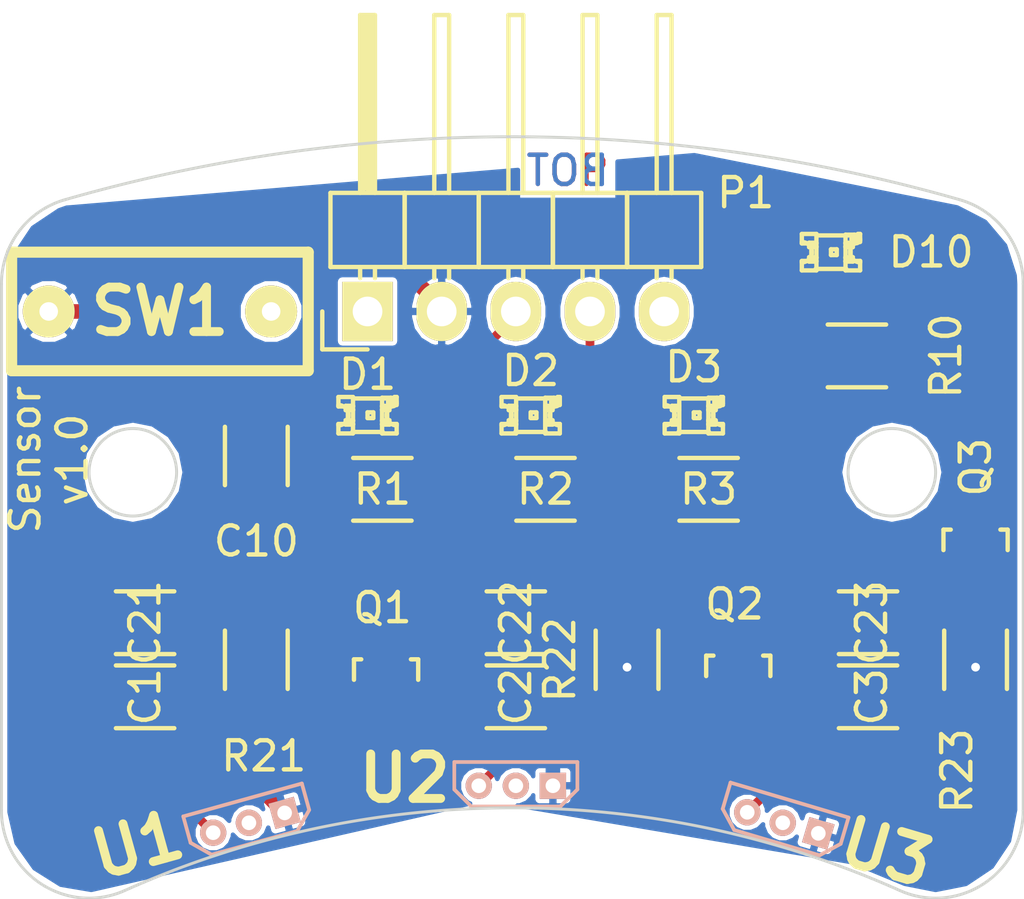
<source format=kicad_pcb>
(kicad_pcb (version 4) (host pcbnew "(2015-01-16 BZR 5376)-product")

  (general
    (links 48)
    (no_connects 20)
    (area 128.545667 95.346999 189.366547 155.734253)
    (thickness 1.6)
    (drawings 13)
    (tracks 110)
    (zones 0)
    (modules 26)
    (nets 14)
  )

  (page A4)
  (layers
    (0 F.Cu signal)
    (31 B.Cu signal hide)
    (32 B.Adhes user)
    (33 F.Adhes user)
    (34 B.Paste user)
    (35 F.Paste user)
    (36 B.SilkS user)
    (37 F.SilkS user)
    (38 B.Mask user)
    (39 F.Mask user)
    (40 Dwgs.User user)
    (41 Cmts.User user)
    (42 Eco1.User user)
    (43 Eco2.User user)
    (44 Edge.Cuts user)
    (45 Margin user)
    (46 B.CrtYd user)
    (47 F.CrtYd user)
    (48 B.Fab user)
    (49 F.Fab user)
  )

  (setup
    (last_trace_width 0.15)
    (user_trace_width 0.15)
    (user_trace_width 0.2)
    (user_trace_width 0.25)
    (user_trace_width 0.3)
    (user_trace_width 0.4)
    (user_trace_width 0.5)
    (user_trace_width 0.7)
    (user_trace_width 1)
    (user_trace_width 1.5)
    (user_trace_width 2)
    (trace_clearance 0.15)
    (zone_clearance 0.15)
    (zone_45_only no)
    (trace_min 0.15)
    (segment_width 0.15)
    (edge_width 0.1)
    (via_size 0.6)
    (via_drill 0.3)
    (via_min_size 0.6)
    (via_min_drill 0.3)
    (user_via 0.6 0.3)
    (user_via 0.7 0.4)
    (user_via 0.8 0.5)
    (user_via 0.9 0.6)
    (user_via 1 0.7)
    (user_via 1.1 0.8)
    (user_via 1.2 0.9)
    (user_via 1.3 1)
    (uvia_size 0.6)
    (uvia_drill 0.3)
    (uvias_allowed no)
    (uvia_min_size 0.6)
    (uvia_min_drill 0.3)
    (pcb_text_width 0.3)
    (pcb_text_size 1.5 1.5)
    (mod_edge_width 0.15)
    (mod_text_size 1 1)
    (mod_text_width 0.15)
    (pad_size 1.4732 1.4732)
    (pad_drill 0.9652)
    (pad_to_mask_clearance 0)
    (aux_axis_origin 0 0)
    (visible_elements 7FFFFFFF)
    (pcbplotparams
      (layerselection 0x00030_80000001)
      (usegerberextensions false)
      (excludeedgelayer true)
      (linewidth 0.100000)
      (plotframeref false)
      (viasonmask false)
      (mode 1)
      (useauxorigin false)
      (hpglpennumber 1)
      (hpglpenspeed 20)
      (hpglpendiameter 15)
      (hpglpenoverlay 2)
      (psnegative false)
      (psa4output false)
      (plotreference true)
      (plotvalue true)
      (plotinvisibletext false)
      (padsonsilk false)
      (subtractmaskfromsilk false)
      (outputformat 1)
      (mirror false)
      (drillshape 1)
      (scaleselection 1)
      (outputdirectory ""))
  )

  (net 0 "")
  (net 1 /Vcc)
  (net 2 GND)
  (net 3 /A)
  (net 4 /B)
  (net 5 /C)
  (net 6 "Net-(D1-Pad1)")
  (net 7 "Net-(D2-Pad1)")
  (net 8 "Net-(D3-Pad1)")
  (net 9 "Net-(D10-Pad1)")
  (net 10 "Net-(Q1-PadD)")
  (net 11 "Net-(Q2-PadD)")
  (net 12 "Net-(Q3-PadD)")
  (net 13 "Net-(Q1-PadS)")

  (net_class Default "Dies ist die voreingestellte Netzklasse."
    (clearance 0.15)
    (trace_width 0.15)
    (via_dia 0.6)
    (via_drill 0.3)
    (uvia_dia 0.6)
    (uvia_drill 0.3)
  )

  (net_class 0,2 ""
    (clearance 0.15)
    (trace_width 0.2)
    (via_dia 0.6)
    (via_drill 0.3)
    (uvia_dia 0.6)
    (uvia_drill 0.3)
  )

  (net_class 0,25 ""
    (clearance 0.15)
    (trace_width 0.25)
    (via_dia 0.6)
    (via_drill 0.3)
    (uvia_dia 0.6)
    (uvia_drill 0.3)
  )

  (net_class 0,3 ""
    (clearance 0.15)
    (trace_width 0.3)
    (via_dia 0.6)
    (via_drill 0.3)
    (uvia_dia 0.6)
    (uvia_drill 0.3)
    (add_net /A)
    (add_net /B)
    (add_net /C)
    (add_net GND)
    (add_net "Net-(D1-Pad1)")
    (add_net "Net-(D10-Pad1)")
    (add_net "Net-(D2-Pad1)")
    (add_net "Net-(D3-Pad1)")
    (add_net "Net-(Q1-PadD)")
    (add_net "Net-(Q1-PadS)")
    (add_net "Net-(Q2-PadD)")
    (add_net "Net-(Q3-PadD)")
  )

  (net_class 0,4 ""
    (clearance 0.15)
    (trace_width 0.4)
    (via_dia 0.6)
    (via_drill 0.3)
    (uvia_dia 0.6)
    (uvia_drill 0.3)
  )

  (net_class 0,5 ""
    (clearance 0.15)
    (trace_width 0.5)
    (via_dia 0.6)
    (via_drill 0.3)
    (uvia_dia 0.6)
    (uvia_drill 0.3)
    (add_net /Vcc)
  )

  (net_class 0,7 ""
    (clearance 0.15)
    (trace_width 0.7)
    (via_dia 0.6)
    (via_drill 0.3)
    (uvia_dia 0.6)
    (uvia_drill 0.3)
  )

  (net_class 1,0 ""
    (clearance 0.15)
    (trace_width 1)
    (via_dia 0.6)
    (via_drill 0.3)
    (uvia_dia 0.6)
    (uvia_drill 0.3)
  )

  (net_class 1,5 ""
    (clearance 0.15)
    (trace_width 1.5)
    (via_dia 0.6)
    (via_drill 0.3)
    (uvia_dia 0.6)
    (uvia_drill 0.3)
  )

  (net_class 2,0 ""
    (clearance 0.15)
    (trace_width 2)
    (via_dia 0.6)
    (via_drill 0.3)
    (uvia_dia 0.6)
    (uvia_drill 0.3)
  )

  (module Resistors_SMD:R_1206 (layer F.Cu) (tedit 550FCE7C) (tstamp 550EF3D7)
    (at 168.148 118.11 90)
    (descr "Resistor SMD 1206, reflow soldering, Vishay (see dcrcw.pdf)")
    (tags "resistor 1206")
    (path /550EDAE4)
    (attr smd)
    (fp_text reference R23 (at -3.81 -0.635 90) (layer F.SilkS)
      (effects (font (size 1 1) (thickness 0.15)))
    )
    (fp_text value 10k (at -3.81 0.635 90) (layer F.Fab)
      (effects (font (size 1 1) (thickness 0.15)))
    )
    (fp_line (start -2.2 -1.2) (end 2.2 -1.2) (layer F.CrtYd) (width 0.05))
    (fp_line (start -2.2 1.2) (end 2.2 1.2) (layer F.CrtYd) (width 0.05))
    (fp_line (start -2.2 -1.2) (end -2.2 1.2) (layer F.CrtYd) (width 0.05))
    (fp_line (start 2.2 -1.2) (end 2.2 1.2) (layer F.CrtYd) (width 0.05))
    (fp_line (start 1 1.075) (end -1 1.075) (layer F.SilkS) (width 0.15))
    (fp_line (start -1 -1.075) (end 1 -1.075) (layer F.SilkS) (width 0.15))
    (pad 1 smd rect (at -1.45 0 90) (size 0.9 1.7) (layers F.Cu F.Paste F.Mask)
      (net 1 /Vcc))
    (pad 2 smd rect (at 1.45 0 90) (size 0.9 1.7) (layers F.Cu F.Paste F.Mask)
      (net 5 /C))
    (model Resistors_SMD/R_1206.wrl
      (at (xyz 0 0 0))
      (scale (xyz 1 1 1))
      (rotate (xyz 0 0 0))
    )
  )

  (module Resistors_SMD:R_1206 (layer F.Cu) (tedit 550EE13B) (tstamp 550EE342)
    (at 139.7 119.38 180)
    (descr "Resistor SMD 1206, reflow soldering, Vishay (see dcrcw.pdf)")
    (tags "resistor 1206")
    (path /550EC04E)
    (attr smd)
    (fp_text reference C1 (at 0 0 270) (layer F.SilkS)
      (effects (font (size 1 1) (thickness 0.15)))
    )
    (fp_text value 100nF (at 0 -2.032 180) (layer F.Fab)
      (effects (font (size 1 1) (thickness 0.15)))
    )
    (fp_line (start -2.2 -1.2) (end 2.2 -1.2) (layer F.CrtYd) (width 0.05))
    (fp_line (start -2.2 1.2) (end 2.2 1.2) (layer F.CrtYd) (width 0.05))
    (fp_line (start -2.2 -1.2) (end -2.2 1.2) (layer F.CrtYd) (width 0.05))
    (fp_line (start 2.2 -1.2) (end 2.2 1.2) (layer F.CrtYd) (width 0.05))
    (fp_line (start 1 1.075) (end -1 1.075) (layer F.SilkS) (width 0.15))
    (fp_line (start -1 -1.075) (end 1 -1.075) (layer F.SilkS) (width 0.15))
    (pad 1 smd rect (at -1.45 0 180) (size 0.9 1.7) (layers F.Cu F.Paste F.Mask)
      (net 1 /Vcc))
    (pad 2 smd rect (at 1.45 0 180) (size 0.9 1.7) (layers F.Cu F.Paste F.Mask)
      (net 2 GND))
    (model Capacitors_SMD/C_1206.wrl
      (at (xyz 0 0 0))
      (scale (xyz 1 1 1))
      (rotate (xyz 0 0 0))
    )
  )

  (module Resistors_SMD:R_1206 (layer F.Cu) (tedit 550EE190) (tstamp 550EE955)
    (at 152.4 119.38 180)
    (descr "Resistor SMD 1206, reflow soldering, Vishay (see dcrcw.pdf)")
    (tags "resistor 1206")
    (path /550EC0E2)
    (attr smd)
    (fp_text reference C2 (at 0 0 270) (layer F.SilkS)
      (effects (font (size 1 1) (thickness 0.15)))
    )
    (fp_text value 100nF (at -4.572 -2.032 180) (layer F.Fab)
      (effects (font (size 1 1) (thickness 0.15)))
    )
    (fp_line (start -2.2 -1.2) (end 2.2 -1.2) (layer F.CrtYd) (width 0.05))
    (fp_line (start -2.2 1.2) (end 2.2 1.2) (layer F.CrtYd) (width 0.05))
    (fp_line (start -2.2 -1.2) (end -2.2 1.2) (layer F.CrtYd) (width 0.05))
    (fp_line (start 2.2 -1.2) (end 2.2 1.2) (layer F.CrtYd) (width 0.05))
    (fp_line (start 1 1.075) (end -1 1.075) (layer F.SilkS) (width 0.15))
    (fp_line (start -1 -1.075) (end 1 -1.075) (layer F.SilkS) (width 0.15))
    (pad 1 smd rect (at -1.45 0 180) (size 0.9 1.7) (layers F.Cu F.Paste F.Mask)
      (net 1 /Vcc))
    (pad 2 smd rect (at 1.45 0 180) (size 0.9 1.7) (layers F.Cu F.Paste F.Mask)
      (net 2 GND))
    (model Capacitors_SMD/C_1206.wrl
      (at (xyz 0 0 0))
      (scale (xyz 1 1 1))
      (rotate (xyz 0 0 0))
    )
  )

  (module Resistors_SMD:R_1206 (layer F.Cu) (tedit 550FCE7F) (tstamp 550EF3CA)
    (at 164.465 119.38 180)
    (descr "Resistor SMD 1206, reflow soldering, Vishay (see dcrcw.pdf)")
    (tags "resistor 1206")
    (path /550EC10B)
    (attr smd)
    (fp_text reference C3 (at -0.127 0 270) (layer F.SilkS)
      (effects (font (size 1 1) (thickness 0.15)))
    )
    (fp_text value 100nF (at 0.127 -2.032 180) (layer F.Fab)
      (effects (font (size 1 1) (thickness 0.15)))
    )
    (fp_line (start -2.2 -1.2) (end 2.2 -1.2) (layer F.CrtYd) (width 0.05))
    (fp_line (start -2.2 1.2) (end 2.2 1.2) (layer F.CrtYd) (width 0.05))
    (fp_line (start -2.2 -1.2) (end -2.2 1.2) (layer F.CrtYd) (width 0.05))
    (fp_line (start 2.2 -1.2) (end 2.2 1.2) (layer F.CrtYd) (width 0.05))
    (fp_line (start 1 1.075) (end -1 1.075) (layer F.SilkS) (width 0.15))
    (fp_line (start -1 -1.075) (end 1 -1.075) (layer F.SilkS) (width 0.15))
    (pad 1 smd rect (at -1.45 0 180) (size 0.9 1.7) (layers F.Cu F.Paste F.Mask)
      (net 1 /Vcc))
    (pad 2 smd rect (at 1.45 0 180) (size 0.9 1.7) (layers F.Cu F.Paste F.Mask)
      (net 2 GND))
    (model Capacitors_SMD/C_1206.wrl
      (at (xyz 0 0 0))
      (scale (xyz 1 1 1))
      (rotate (xyz 0 0 0))
    )
  )

  (module Resistors_SMD:R_1206 (layer F.Cu) (tedit 550FCF34) (tstamp 550FD1C8)
    (at 143.51 111.125 90)
    (descr "Resistor SMD 1206, reflow soldering, Vishay (see dcrcw.pdf)")
    (tags "resistor 1206")
    (path /550EBFC1)
    (attr smd)
    (fp_text reference C10 (at -2.921 0 180) (layer F.SilkS)
      (effects (font (size 1 1) (thickness 0.15)))
    )
    (fp_text value 1uF (at 0.889 -2.032 90) (layer F.Fab)
      (effects (font (size 1 1) (thickness 0.15)))
    )
    (fp_line (start -2.2 -1.2) (end 2.2 -1.2) (layer F.CrtYd) (width 0.05))
    (fp_line (start -2.2 1.2) (end 2.2 1.2) (layer F.CrtYd) (width 0.05))
    (fp_line (start -2.2 -1.2) (end -2.2 1.2) (layer F.CrtYd) (width 0.05))
    (fp_line (start 2.2 -1.2) (end 2.2 1.2) (layer F.CrtYd) (width 0.05))
    (fp_line (start 1 1.075) (end -1 1.075) (layer F.SilkS) (width 0.15))
    (fp_line (start -1 -1.075) (end 1 -1.075) (layer F.SilkS) (width 0.15))
    (pad 1 smd rect (at -1.45 0 90) (size 0.9 1.7) (layers F.Cu F.Paste F.Mask)
      (net 1 /Vcc))
    (pad 2 smd rect (at 1.45 0 90) (size 0.9 1.7) (layers F.Cu F.Paste F.Mask)
      (net 2 GND))
    (model Resistors_SMD.3dshapes/R_1206.wrl
      (at (xyz 0 0 0))
      (scale (xyz 1 1 1))
      (rotate (xyz 0 0 0))
    )
    (model Capacitors_SMD/C_1206.wrl
      (at (xyz 0 0 0))
      (scale (xyz 1 1 1))
      (rotate (xyz 0 0 0))
    )
  )

  (module Resistors_SMD:R_1206 (layer F.Cu) (tedit 550EE143) (tstamp 550EF71C)
    (at 139.7 116.84 180)
    (descr "Resistor SMD 1206, reflow soldering, Vishay (see dcrcw.pdf)")
    (tags "resistor 1206")
    (path /550EDF31)
    (attr smd)
    (fp_text reference C21 (at 0 0 270) (layer F.SilkS)
      (effects (font (size 1 1) (thickness 0.15)))
    )
    (fp_text value 680pF (at 0 2.032 180) (layer F.Fab)
      (effects (font (size 1 1) (thickness 0.15)))
    )
    (fp_line (start -2.2 -1.2) (end 2.2 -1.2) (layer F.CrtYd) (width 0.05))
    (fp_line (start -2.2 1.2) (end 2.2 1.2) (layer F.CrtYd) (width 0.05))
    (fp_line (start -2.2 -1.2) (end -2.2 1.2) (layer F.CrtYd) (width 0.05))
    (fp_line (start 2.2 -1.2) (end 2.2 1.2) (layer F.CrtYd) (width 0.05))
    (fp_line (start 1 1.075) (end -1 1.075) (layer F.SilkS) (width 0.15))
    (fp_line (start -1 -1.075) (end 1 -1.075) (layer F.SilkS) (width 0.15))
    (pad 1 smd rect (at -1.45 0 180) (size 0.9 1.7) (layers F.Cu F.Paste F.Mask)
      (net 3 /A))
    (pad 2 smd rect (at 1.45 0 180) (size 0.9 1.7) (layers F.Cu F.Paste F.Mask)
      (net 2 GND))
    (model Capacitors_SMD/C_1206.wrl
      (at (xyz 0 0 0))
      (scale (xyz 1 1 1))
      (rotate (xyz 0 0 0))
    )
  )

  (module Resistors_SMD:R_1206 (layer F.Cu) (tedit 550FCE54) (tstamp 550ECBAA)
    (at 152.4 116.84 180)
    (descr "Resistor SMD 1206, reflow soldering, Vishay (see dcrcw.pdf)")
    (tags "resistor 1206")
    (path /550EE154)
    (attr smd)
    (fp_text reference C22 (at 0 0 270) (layer F.SilkS)
      (effects (font (size 1 1) (thickness 0.15)))
    )
    (fp_text value 680pF (at 0.254 2.032 180) (layer F.Fab)
      (effects (font (size 1 1) (thickness 0.15)))
    )
    (fp_line (start -2.2 -1.2) (end 2.2 -1.2) (layer F.CrtYd) (width 0.05))
    (fp_line (start -2.2 1.2) (end 2.2 1.2) (layer F.CrtYd) (width 0.05))
    (fp_line (start -2.2 -1.2) (end -2.2 1.2) (layer F.CrtYd) (width 0.05))
    (fp_line (start 2.2 -1.2) (end 2.2 1.2) (layer F.CrtYd) (width 0.05))
    (fp_line (start 1 1.075) (end -1 1.075) (layer F.SilkS) (width 0.15))
    (fp_line (start -1 -1.075) (end 1 -1.075) (layer F.SilkS) (width 0.15))
    (pad 1 smd rect (at -1.45 0 180) (size 0.9 1.7) (layers F.Cu F.Paste F.Mask)
      (net 4 /B))
    (pad 2 smd rect (at 1.45 0 180) (size 0.9 1.7) (layers F.Cu F.Paste F.Mask)
      (net 2 GND))
    (model Capacitors_SMD/C_1206.wrl
      (at (xyz 0 0 0))
      (scale (xyz 1 1 1))
      (rotate (xyz 0 0 0))
    )
  )

  (module Resistors_SMD:R_1206 (layer F.Cu) (tedit 550FCE83) (tstamp 550EF3E4)
    (at 164.465 116.84 180)
    (descr "Resistor SMD 1206, reflow soldering, Vishay (see dcrcw.pdf)")
    (tags "resistor 1206")
    (path /550EE1A8)
    (attr smd)
    (fp_text reference C23 (at -0.127 0 270) (layer F.SilkS)
      (effects (font (size 1 1) (thickness 0.15)))
    )
    (fp_text value 680pF (at 0.889 2.032 180) (layer F.Fab)
      (effects (font (size 1 1) (thickness 0.15)))
    )
    (fp_line (start -2.2 -1.2) (end 2.2 -1.2) (layer F.CrtYd) (width 0.05))
    (fp_line (start -2.2 1.2) (end 2.2 1.2) (layer F.CrtYd) (width 0.05))
    (fp_line (start -2.2 -1.2) (end -2.2 1.2) (layer F.CrtYd) (width 0.05))
    (fp_line (start 2.2 -1.2) (end 2.2 1.2) (layer F.CrtYd) (width 0.05))
    (fp_line (start 1 1.075) (end -1 1.075) (layer F.SilkS) (width 0.15))
    (fp_line (start -1 -1.075) (end 1 -1.075) (layer F.SilkS) (width 0.15))
    (pad 1 smd rect (at -1.45 0 180) (size 0.9 1.7) (layers F.Cu F.Paste F.Mask)
      (net 5 /C))
    (pad 2 smd rect (at 1.45 0 180) (size 0.9 1.7) (layers F.Cu F.Paste F.Mask)
      (net 2 GND))
    (model Capacitors_SMD/C_1206.wrl
      (at (xyz 0 0 0))
      (scale (xyz 1 1 1))
      (rotate (xyz 0 0 0))
    )
  )

  (module LEDs:LED-0805 (layer F.Cu) (tedit 550FCF3D) (tstamp 550EE25B)
    (at 147.32 109.728)
    (descr "LED 0805 smd package")
    (tags "LED 0805 SMD")
    (path /550ECF67)
    (attr smd)
    (fp_text reference D1 (at 0 -1.397) (layer F.SilkS)
      (effects (font (size 1 1) (thickness 0.15)))
    )
    (fp_text value grün (at 2.54 -0.254 90) (layer F.Fab)
      (effects (font (size 1 1) (thickness 0.15)))
    )
    (fp_line (start 0.49784 0.29972) (end 0.49784 0.62484) (layer F.SilkS) (width 0.15))
    (fp_line (start 0.49784 0.62484) (end 0.99822 0.62484) (layer F.SilkS) (width 0.15))
    (fp_line (start 0.99822 0.29972) (end 0.99822 0.62484) (layer F.SilkS) (width 0.15))
    (fp_line (start 0.49784 0.29972) (end 0.99822 0.29972) (layer F.SilkS) (width 0.15))
    (fp_line (start 0.49784 -0.32258) (end 0.49784 -0.17272) (layer F.SilkS) (width 0.15))
    (fp_line (start 0.49784 -0.17272) (end 0.7493 -0.17272) (layer F.SilkS) (width 0.15))
    (fp_line (start 0.7493 -0.32258) (end 0.7493 -0.17272) (layer F.SilkS) (width 0.15))
    (fp_line (start 0.49784 -0.32258) (end 0.7493 -0.32258) (layer F.SilkS) (width 0.15))
    (fp_line (start 0.49784 0.17272) (end 0.49784 0.32258) (layer F.SilkS) (width 0.15))
    (fp_line (start 0.49784 0.32258) (end 0.7493 0.32258) (layer F.SilkS) (width 0.15))
    (fp_line (start 0.7493 0.17272) (end 0.7493 0.32258) (layer F.SilkS) (width 0.15))
    (fp_line (start 0.49784 0.17272) (end 0.7493 0.17272) (layer F.SilkS) (width 0.15))
    (fp_line (start 0.49784 -0.19812) (end 0.49784 0.19812) (layer F.SilkS) (width 0.15))
    (fp_line (start 0.49784 0.19812) (end 0.6731 0.19812) (layer F.SilkS) (width 0.15))
    (fp_line (start 0.6731 -0.19812) (end 0.6731 0.19812) (layer F.SilkS) (width 0.15))
    (fp_line (start 0.49784 -0.19812) (end 0.6731 -0.19812) (layer F.SilkS) (width 0.15))
    (fp_line (start -0.99822 0.29972) (end -0.99822 0.62484) (layer F.SilkS) (width 0.15))
    (fp_line (start -0.99822 0.62484) (end -0.49784 0.62484) (layer F.SilkS) (width 0.15))
    (fp_line (start -0.49784 0.29972) (end -0.49784 0.62484) (layer F.SilkS) (width 0.15))
    (fp_line (start -0.99822 0.29972) (end -0.49784 0.29972) (layer F.SilkS) (width 0.15))
    (fp_line (start -0.99822 -0.62484) (end -0.99822 -0.29972) (layer F.SilkS) (width 0.15))
    (fp_line (start -0.99822 -0.29972) (end -0.49784 -0.29972) (layer F.SilkS) (width 0.15))
    (fp_line (start -0.49784 -0.62484) (end -0.49784 -0.29972) (layer F.SilkS) (width 0.15))
    (fp_line (start -0.99822 -0.62484) (end -0.49784 -0.62484) (layer F.SilkS) (width 0.15))
    (fp_line (start -0.7493 0.17272) (end -0.7493 0.32258) (layer F.SilkS) (width 0.15))
    (fp_line (start -0.7493 0.32258) (end -0.49784 0.32258) (layer F.SilkS) (width 0.15))
    (fp_line (start -0.49784 0.17272) (end -0.49784 0.32258) (layer F.SilkS) (width 0.15))
    (fp_line (start -0.7493 0.17272) (end -0.49784 0.17272) (layer F.SilkS) (width 0.15))
    (fp_line (start -0.7493 -0.32258) (end -0.7493 -0.17272) (layer F.SilkS) (width 0.15))
    (fp_line (start -0.7493 -0.17272) (end -0.49784 -0.17272) (layer F.SilkS) (width 0.15))
    (fp_line (start -0.49784 -0.32258) (end -0.49784 -0.17272) (layer F.SilkS) (width 0.15))
    (fp_line (start -0.7493 -0.32258) (end -0.49784 -0.32258) (layer F.SilkS) (width 0.15))
    (fp_line (start -0.6731 -0.19812) (end -0.6731 0.19812) (layer F.SilkS) (width 0.15))
    (fp_line (start -0.6731 0.19812) (end -0.49784 0.19812) (layer F.SilkS) (width 0.15))
    (fp_line (start -0.49784 -0.19812) (end -0.49784 0.19812) (layer F.SilkS) (width 0.15))
    (fp_line (start -0.6731 -0.19812) (end -0.49784 -0.19812) (layer F.SilkS) (width 0.15))
    (fp_line (start 0 -0.09906) (end 0 0.09906) (layer F.SilkS) (width 0.15))
    (fp_line (start 0 0.09906) (end 0.19812 0.09906) (layer F.SilkS) (width 0.15))
    (fp_line (start 0.19812 -0.09906) (end 0.19812 0.09906) (layer F.SilkS) (width 0.15))
    (fp_line (start 0 -0.09906) (end 0.19812 -0.09906) (layer F.SilkS) (width 0.15))
    (fp_line (start 0.49784 -0.59944) (end 0.49784 -0.29972) (layer F.SilkS) (width 0.15))
    (fp_line (start 0.49784 -0.29972) (end 0.79756 -0.29972) (layer F.SilkS) (width 0.15))
    (fp_line (start 0.79756 -0.59944) (end 0.79756 -0.29972) (layer F.SilkS) (width 0.15))
    (fp_line (start 0.49784 -0.59944) (end 0.79756 -0.59944) (layer F.SilkS) (width 0.15))
    (fp_line (start 0.92456 -0.62484) (end 0.92456 -0.39878) (layer F.SilkS) (width 0.15))
    (fp_line (start 0.92456 -0.39878) (end 0.99822 -0.39878) (layer F.SilkS) (width 0.15))
    (fp_line (start 0.99822 -0.62484) (end 0.99822 -0.39878) (layer F.SilkS) (width 0.15))
    (fp_line (start 0.92456 -0.62484) (end 0.99822 -0.62484) (layer F.SilkS) (width 0.15))
    (fp_line (start 0.52324 0.57404) (end -0.52324 0.57404) (layer F.SilkS) (width 0.15))
    (fp_line (start -0.49784 -0.57404) (end 0.92456 -0.57404) (layer F.SilkS) (width 0.15))
    (fp_circle (center 0.84836 -0.44958) (end 0.89916 -0.50038) (layer F.SilkS) (width 0.15))
    (fp_arc (start 0.99822 0) (end 0.99822 0.34798) (angle 180) (layer F.SilkS) (width 0.15))
    (fp_arc (start -0.99822 0) (end -0.99822 -0.34798) (angle 180) (layer F.SilkS) (width 0.15))
    (pad 1 smd rect (at -1.04902 0) (size 1.19888 1.19888) (layers F.Cu F.Paste F.Mask)
      (net 6 "Net-(D1-Pad1)"))
    (pad 2 smd rect (at 1.04902 0) (size 1.19888 1.19888) (layers F.Cu F.Paste F.Mask)
      (net 2 GND))
    (model C:/Users/Laptop-02/Documents/KiCad/Lib/packages3d/led_green_0805.wrl
      (at (xyz 0 0 0))
      (scale (xyz 0.3937 0.3937 0.3937))
      (rotate (xyz -90 0 90))
    )
  )

  (module LEDs:LED-0805 (layer F.Cu) (tedit 550FCDFF) (tstamp 550EE31E)
    (at 152.908 109.728)
    (descr "LED 0805 smd package")
    (tags "LED 0805 SMD")
    (path /550ED2F9)
    (attr smd)
    (fp_text reference D2 (at 0 -1.524) (layer F.SilkS)
      (effects (font (size 1 1) (thickness 0.15)))
    )
    (fp_text value gelb (at 2.54 -0.254 90) (layer F.Fab)
      (effects (font (size 1 1) (thickness 0.15)))
    )
    (fp_line (start 0.49784 0.29972) (end 0.49784 0.62484) (layer F.SilkS) (width 0.15))
    (fp_line (start 0.49784 0.62484) (end 0.99822 0.62484) (layer F.SilkS) (width 0.15))
    (fp_line (start 0.99822 0.29972) (end 0.99822 0.62484) (layer F.SilkS) (width 0.15))
    (fp_line (start 0.49784 0.29972) (end 0.99822 0.29972) (layer F.SilkS) (width 0.15))
    (fp_line (start 0.49784 -0.32258) (end 0.49784 -0.17272) (layer F.SilkS) (width 0.15))
    (fp_line (start 0.49784 -0.17272) (end 0.7493 -0.17272) (layer F.SilkS) (width 0.15))
    (fp_line (start 0.7493 -0.32258) (end 0.7493 -0.17272) (layer F.SilkS) (width 0.15))
    (fp_line (start 0.49784 -0.32258) (end 0.7493 -0.32258) (layer F.SilkS) (width 0.15))
    (fp_line (start 0.49784 0.17272) (end 0.49784 0.32258) (layer F.SilkS) (width 0.15))
    (fp_line (start 0.49784 0.32258) (end 0.7493 0.32258) (layer F.SilkS) (width 0.15))
    (fp_line (start 0.7493 0.17272) (end 0.7493 0.32258) (layer F.SilkS) (width 0.15))
    (fp_line (start 0.49784 0.17272) (end 0.7493 0.17272) (layer F.SilkS) (width 0.15))
    (fp_line (start 0.49784 -0.19812) (end 0.49784 0.19812) (layer F.SilkS) (width 0.15))
    (fp_line (start 0.49784 0.19812) (end 0.6731 0.19812) (layer F.SilkS) (width 0.15))
    (fp_line (start 0.6731 -0.19812) (end 0.6731 0.19812) (layer F.SilkS) (width 0.15))
    (fp_line (start 0.49784 -0.19812) (end 0.6731 -0.19812) (layer F.SilkS) (width 0.15))
    (fp_line (start -0.99822 0.29972) (end -0.99822 0.62484) (layer F.SilkS) (width 0.15))
    (fp_line (start -0.99822 0.62484) (end -0.49784 0.62484) (layer F.SilkS) (width 0.15))
    (fp_line (start -0.49784 0.29972) (end -0.49784 0.62484) (layer F.SilkS) (width 0.15))
    (fp_line (start -0.99822 0.29972) (end -0.49784 0.29972) (layer F.SilkS) (width 0.15))
    (fp_line (start -0.99822 -0.62484) (end -0.99822 -0.29972) (layer F.SilkS) (width 0.15))
    (fp_line (start -0.99822 -0.29972) (end -0.49784 -0.29972) (layer F.SilkS) (width 0.15))
    (fp_line (start -0.49784 -0.62484) (end -0.49784 -0.29972) (layer F.SilkS) (width 0.15))
    (fp_line (start -0.99822 -0.62484) (end -0.49784 -0.62484) (layer F.SilkS) (width 0.15))
    (fp_line (start -0.7493 0.17272) (end -0.7493 0.32258) (layer F.SilkS) (width 0.15))
    (fp_line (start -0.7493 0.32258) (end -0.49784 0.32258) (layer F.SilkS) (width 0.15))
    (fp_line (start -0.49784 0.17272) (end -0.49784 0.32258) (layer F.SilkS) (width 0.15))
    (fp_line (start -0.7493 0.17272) (end -0.49784 0.17272) (layer F.SilkS) (width 0.15))
    (fp_line (start -0.7493 -0.32258) (end -0.7493 -0.17272) (layer F.SilkS) (width 0.15))
    (fp_line (start -0.7493 -0.17272) (end -0.49784 -0.17272) (layer F.SilkS) (width 0.15))
    (fp_line (start -0.49784 -0.32258) (end -0.49784 -0.17272) (layer F.SilkS) (width 0.15))
    (fp_line (start -0.7493 -0.32258) (end -0.49784 -0.32258) (layer F.SilkS) (width 0.15))
    (fp_line (start -0.6731 -0.19812) (end -0.6731 0.19812) (layer F.SilkS) (width 0.15))
    (fp_line (start -0.6731 0.19812) (end -0.49784 0.19812) (layer F.SilkS) (width 0.15))
    (fp_line (start -0.49784 -0.19812) (end -0.49784 0.19812) (layer F.SilkS) (width 0.15))
    (fp_line (start -0.6731 -0.19812) (end -0.49784 -0.19812) (layer F.SilkS) (width 0.15))
    (fp_line (start 0 -0.09906) (end 0 0.09906) (layer F.SilkS) (width 0.15))
    (fp_line (start 0 0.09906) (end 0.19812 0.09906) (layer F.SilkS) (width 0.15))
    (fp_line (start 0.19812 -0.09906) (end 0.19812 0.09906) (layer F.SilkS) (width 0.15))
    (fp_line (start 0 -0.09906) (end 0.19812 -0.09906) (layer F.SilkS) (width 0.15))
    (fp_line (start 0.49784 -0.59944) (end 0.49784 -0.29972) (layer F.SilkS) (width 0.15))
    (fp_line (start 0.49784 -0.29972) (end 0.79756 -0.29972) (layer F.SilkS) (width 0.15))
    (fp_line (start 0.79756 -0.59944) (end 0.79756 -0.29972) (layer F.SilkS) (width 0.15))
    (fp_line (start 0.49784 -0.59944) (end 0.79756 -0.59944) (layer F.SilkS) (width 0.15))
    (fp_line (start 0.92456 -0.62484) (end 0.92456 -0.39878) (layer F.SilkS) (width 0.15))
    (fp_line (start 0.92456 -0.39878) (end 0.99822 -0.39878) (layer F.SilkS) (width 0.15))
    (fp_line (start 0.99822 -0.62484) (end 0.99822 -0.39878) (layer F.SilkS) (width 0.15))
    (fp_line (start 0.92456 -0.62484) (end 0.99822 -0.62484) (layer F.SilkS) (width 0.15))
    (fp_line (start 0.52324 0.57404) (end -0.52324 0.57404) (layer F.SilkS) (width 0.15))
    (fp_line (start -0.49784 -0.57404) (end 0.92456 -0.57404) (layer F.SilkS) (width 0.15))
    (fp_circle (center 0.84836 -0.44958) (end 0.89916 -0.50038) (layer F.SilkS) (width 0.15))
    (fp_arc (start 0.99822 0) (end 0.99822 0.34798) (angle 180) (layer F.SilkS) (width 0.15))
    (fp_arc (start -0.99822 0) (end -0.99822 -0.34798) (angle 180) (layer F.SilkS) (width 0.15))
    (pad 1 smd rect (at -1.04902 0) (size 1.19888 1.19888) (layers F.Cu F.Paste F.Mask)
      (net 7 "Net-(D2-Pad1)"))
    (pad 2 smd rect (at 1.04902 0) (size 1.19888 1.19888) (layers F.Cu F.Paste F.Mask)
      (net 2 GND))
    (model C:/Users/Laptop-02/Documents/KiCad/Lib/packages3d/led_yellow_0805.wrl
      (at (xyz 0 0 0))
      (scale (xyz 0.3937 0.3937 0.3937))
      (rotate (xyz -90 0 90))
    )
  )

  (module LEDs:LED-0805 (layer F.Cu) (tedit 550FCE1E) (tstamp 550EE30C)
    (at 158.496 109.728)
    (descr "LED 0805 smd package")
    (tags "LED 0805 SMD")
    (path /550ED48D)
    (attr smd)
    (fp_text reference D3 (at 0 -1.651) (layer F.SilkS)
      (effects (font (size 1 1) (thickness 0.15)))
    )
    (fp_text value rot (at 2.54 0 90) (layer F.Fab)
      (effects (font (size 1 1) (thickness 0.15)))
    )
    (fp_line (start 0.49784 0.29972) (end 0.49784 0.62484) (layer F.SilkS) (width 0.15))
    (fp_line (start 0.49784 0.62484) (end 0.99822 0.62484) (layer F.SilkS) (width 0.15))
    (fp_line (start 0.99822 0.29972) (end 0.99822 0.62484) (layer F.SilkS) (width 0.15))
    (fp_line (start 0.49784 0.29972) (end 0.99822 0.29972) (layer F.SilkS) (width 0.15))
    (fp_line (start 0.49784 -0.32258) (end 0.49784 -0.17272) (layer F.SilkS) (width 0.15))
    (fp_line (start 0.49784 -0.17272) (end 0.7493 -0.17272) (layer F.SilkS) (width 0.15))
    (fp_line (start 0.7493 -0.32258) (end 0.7493 -0.17272) (layer F.SilkS) (width 0.15))
    (fp_line (start 0.49784 -0.32258) (end 0.7493 -0.32258) (layer F.SilkS) (width 0.15))
    (fp_line (start 0.49784 0.17272) (end 0.49784 0.32258) (layer F.SilkS) (width 0.15))
    (fp_line (start 0.49784 0.32258) (end 0.7493 0.32258) (layer F.SilkS) (width 0.15))
    (fp_line (start 0.7493 0.17272) (end 0.7493 0.32258) (layer F.SilkS) (width 0.15))
    (fp_line (start 0.49784 0.17272) (end 0.7493 0.17272) (layer F.SilkS) (width 0.15))
    (fp_line (start 0.49784 -0.19812) (end 0.49784 0.19812) (layer F.SilkS) (width 0.15))
    (fp_line (start 0.49784 0.19812) (end 0.6731 0.19812) (layer F.SilkS) (width 0.15))
    (fp_line (start 0.6731 -0.19812) (end 0.6731 0.19812) (layer F.SilkS) (width 0.15))
    (fp_line (start 0.49784 -0.19812) (end 0.6731 -0.19812) (layer F.SilkS) (width 0.15))
    (fp_line (start -0.99822 0.29972) (end -0.99822 0.62484) (layer F.SilkS) (width 0.15))
    (fp_line (start -0.99822 0.62484) (end -0.49784 0.62484) (layer F.SilkS) (width 0.15))
    (fp_line (start -0.49784 0.29972) (end -0.49784 0.62484) (layer F.SilkS) (width 0.15))
    (fp_line (start -0.99822 0.29972) (end -0.49784 0.29972) (layer F.SilkS) (width 0.15))
    (fp_line (start -0.99822 -0.62484) (end -0.99822 -0.29972) (layer F.SilkS) (width 0.15))
    (fp_line (start -0.99822 -0.29972) (end -0.49784 -0.29972) (layer F.SilkS) (width 0.15))
    (fp_line (start -0.49784 -0.62484) (end -0.49784 -0.29972) (layer F.SilkS) (width 0.15))
    (fp_line (start -0.99822 -0.62484) (end -0.49784 -0.62484) (layer F.SilkS) (width 0.15))
    (fp_line (start -0.7493 0.17272) (end -0.7493 0.32258) (layer F.SilkS) (width 0.15))
    (fp_line (start -0.7493 0.32258) (end -0.49784 0.32258) (layer F.SilkS) (width 0.15))
    (fp_line (start -0.49784 0.17272) (end -0.49784 0.32258) (layer F.SilkS) (width 0.15))
    (fp_line (start -0.7493 0.17272) (end -0.49784 0.17272) (layer F.SilkS) (width 0.15))
    (fp_line (start -0.7493 -0.32258) (end -0.7493 -0.17272) (layer F.SilkS) (width 0.15))
    (fp_line (start -0.7493 -0.17272) (end -0.49784 -0.17272) (layer F.SilkS) (width 0.15))
    (fp_line (start -0.49784 -0.32258) (end -0.49784 -0.17272) (layer F.SilkS) (width 0.15))
    (fp_line (start -0.7493 -0.32258) (end -0.49784 -0.32258) (layer F.SilkS) (width 0.15))
    (fp_line (start -0.6731 -0.19812) (end -0.6731 0.19812) (layer F.SilkS) (width 0.15))
    (fp_line (start -0.6731 0.19812) (end -0.49784 0.19812) (layer F.SilkS) (width 0.15))
    (fp_line (start -0.49784 -0.19812) (end -0.49784 0.19812) (layer F.SilkS) (width 0.15))
    (fp_line (start -0.6731 -0.19812) (end -0.49784 -0.19812) (layer F.SilkS) (width 0.15))
    (fp_line (start 0 -0.09906) (end 0 0.09906) (layer F.SilkS) (width 0.15))
    (fp_line (start 0 0.09906) (end 0.19812 0.09906) (layer F.SilkS) (width 0.15))
    (fp_line (start 0.19812 -0.09906) (end 0.19812 0.09906) (layer F.SilkS) (width 0.15))
    (fp_line (start 0 -0.09906) (end 0.19812 -0.09906) (layer F.SilkS) (width 0.15))
    (fp_line (start 0.49784 -0.59944) (end 0.49784 -0.29972) (layer F.SilkS) (width 0.15))
    (fp_line (start 0.49784 -0.29972) (end 0.79756 -0.29972) (layer F.SilkS) (width 0.15))
    (fp_line (start 0.79756 -0.59944) (end 0.79756 -0.29972) (layer F.SilkS) (width 0.15))
    (fp_line (start 0.49784 -0.59944) (end 0.79756 -0.59944) (layer F.SilkS) (width 0.15))
    (fp_line (start 0.92456 -0.62484) (end 0.92456 -0.39878) (layer F.SilkS) (width 0.15))
    (fp_line (start 0.92456 -0.39878) (end 0.99822 -0.39878) (layer F.SilkS) (width 0.15))
    (fp_line (start 0.99822 -0.62484) (end 0.99822 -0.39878) (layer F.SilkS) (width 0.15))
    (fp_line (start 0.92456 -0.62484) (end 0.99822 -0.62484) (layer F.SilkS) (width 0.15))
    (fp_line (start 0.52324 0.57404) (end -0.52324 0.57404) (layer F.SilkS) (width 0.15))
    (fp_line (start -0.49784 -0.57404) (end 0.92456 -0.57404) (layer F.SilkS) (width 0.15))
    (fp_circle (center 0.84836 -0.44958) (end 0.89916 -0.50038) (layer F.SilkS) (width 0.15))
    (fp_arc (start 0.99822 0) (end 0.99822 0.34798) (angle 180) (layer F.SilkS) (width 0.15))
    (fp_arc (start -0.99822 0) (end -0.99822 -0.34798) (angle 180) (layer F.SilkS) (width 0.15))
    (pad 1 smd rect (at -1.04902 0) (size 1.19888 1.19888) (layers F.Cu F.Paste F.Mask)
      (net 8 "Net-(D3-Pad1)"))
    (pad 2 smd rect (at 1.04902 0) (size 1.19888 1.19888) (layers F.Cu F.Paste F.Mask)
      (net 2 GND))
    (model C:/Users/Laptop-02/Documents/KiCad/Lib/packages3d/led_red_0805.wrl
      (at (xyz 0 0 0))
      (scale (xyz 0.3937 0.3937 0.3937))
      (rotate (xyz -90 0 90))
    )
  )

  (module LEDs:LED-0805 (layer F.Cu) (tedit 550FCE35) (tstamp 550EF542)
    (at 163.195 104.14)
    (descr "LED 0805 smd package")
    (tags "LED 0805 SMD")
    (path /550EB7C7)
    (attr smd)
    (fp_text reference D10 (at 3.429 0) (layer F.SilkS)
      (effects (font (size 1 1) (thickness 0.15)))
    )
    (fp_text value blau (at -0.127 1.524) (layer F.Fab)
      (effects (font (size 1 1) (thickness 0.15)))
    )
    (fp_line (start 0.49784 0.29972) (end 0.49784 0.62484) (layer F.SilkS) (width 0.15))
    (fp_line (start 0.49784 0.62484) (end 0.99822 0.62484) (layer F.SilkS) (width 0.15))
    (fp_line (start 0.99822 0.29972) (end 0.99822 0.62484) (layer F.SilkS) (width 0.15))
    (fp_line (start 0.49784 0.29972) (end 0.99822 0.29972) (layer F.SilkS) (width 0.15))
    (fp_line (start 0.49784 -0.32258) (end 0.49784 -0.17272) (layer F.SilkS) (width 0.15))
    (fp_line (start 0.49784 -0.17272) (end 0.7493 -0.17272) (layer F.SilkS) (width 0.15))
    (fp_line (start 0.7493 -0.32258) (end 0.7493 -0.17272) (layer F.SilkS) (width 0.15))
    (fp_line (start 0.49784 -0.32258) (end 0.7493 -0.32258) (layer F.SilkS) (width 0.15))
    (fp_line (start 0.49784 0.17272) (end 0.49784 0.32258) (layer F.SilkS) (width 0.15))
    (fp_line (start 0.49784 0.32258) (end 0.7493 0.32258) (layer F.SilkS) (width 0.15))
    (fp_line (start 0.7493 0.17272) (end 0.7493 0.32258) (layer F.SilkS) (width 0.15))
    (fp_line (start 0.49784 0.17272) (end 0.7493 0.17272) (layer F.SilkS) (width 0.15))
    (fp_line (start 0.49784 -0.19812) (end 0.49784 0.19812) (layer F.SilkS) (width 0.15))
    (fp_line (start 0.49784 0.19812) (end 0.6731 0.19812) (layer F.SilkS) (width 0.15))
    (fp_line (start 0.6731 -0.19812) (end 0.6731 0.19812) (layer F.SilkS) (width 0.15))
    (fp_line (start 0.49784 -0.19812) (end 0.6731 -0.19812) (layer F.SilkS) (width 0.15))
    (fp_line (start -0.99822 0.29972) (end -0.99822 0.62484) (layer F.SilkS) (width 0.15))
    (fp_line (start -0.99822 0.62484) (end -0.49784 0.62484) (layer F.SilkS) (width 0.15))
    (fp_line (start -0.49784 0.29972) (end -0.49784 0.62484) (layer F.SilkS) (width 0.15))
    (fp_line (start -0.99822 0.29972) (end -0.49784 0.29972) (layer F.SilkS) (width 0.15))
    (fp_line (start -0.99822 -0.62484) (end -0.99822 -0.29972) (layer F.SilkS) (width 0.15))
    (fp_line (start -0.99822 -0.29972) (end -0.49784 -0.29972) (layer F.SilkS) (width 0.15))
    (fp_line (start -0.49784 -0.62484) (end -0.49784 -0.29972) (layer F.SilkS) (width 0.15))
    (fp_line (start -0.99822 -0.62484) (end -0.49784 -0.62484) (layer F.SilkS) (width 0.15))
    (fp_line (start -0.7493 0.17272) (end -0.7493 0.32258) (layer F.SilkS) (width 0.15))
    (fp_line (start -0.7493 0.32258) (end -0.49784 0.32258) (layer F.SilkS) (width 0.15))
    (fp_line (start -0.49784 0.17272) (end -0.49784 0.32258) (layer F.SilkS) (width 0.15))
    (fp_line (start -0.7493 0.17272) (end -0.49784 0.17272) (layer F.SilkS) (width 0.15))
    (fp_line (start -0.7493 -0.32258) (end -0.7493 -0.17272) (layer F.SilkS) (width 0.15))
    (fp_line (start -0.7493 -0.17272) (end -0.49784 -0.17272) (layer F.SilkS) (width 0.15))
    (fp_line (start -0.49784 -0.32258) (end -0.49784 -0.17272) (layer F.SilkS) (width 0.15))
    (fp_line (start -0.7493 -0.32258) (end -0.49784 -0.32258) (layer F.SilkS) (width 0.15))
    (fp_line (start -0.6731 -0.19812) (end -0.6731 0.19812) (layer F.SilkS) (width 0.15))
    (fp_line (start -0.6731 0.19812) (end -0.49784 0.19812) (layer F.SilkS) (width 0.15))
    (fp_line (start -0.49784 -0.19812) (end -0.49784 0.19812) (layer F.SilkS) (width 0.15))
    (fp_line (start -0.6731 -0.19812) (end -0.49784 -0.19812) (layer F.SilkS) (width 0.15))
    (fp_line (start 0 -0.09906) (end 0 0.09906) (layer F.SilkS) (width 0.15))
    (fp_line (start 0 0.09906) (end 0.19812 0.09906) (layer F.SilkS) (width 0.15))
    (fp_line (start 0.19812 -0.09906) (end 0.19812 0.09906) (layer F.SilkS) (width 0.15))
    (fp_line (start 0 -0.09906) (end 0.19812 -0.09906) (layer F.SilkS) (width 0.15))
    (fp_line (start 0.49784 -0.59944) (end 0.49784 -0.29972) (layer F.SilkS) (width 0.15))
    (fp_line (start 0.49784 -0.29972) (end 0.79756 -0.29972) (layer F.SilkS) (width 0.15))
    (fp_line (start 0.79756 -0.59944) (end 0.79756 -0.29972) (layer F.SilkS) (width 0.15))
    (fp_line (start 0.49784 -0.59944) (end 0.79756 -0.59944) (layer F.SilkS) (width 0.15))
    (fp_line (start 0.92456 -0.62484) (end 0.92456 -0.39878) (layer F.SilkS) (width 0.15))
    (fp_line (start 0.92456 -0.39878) (end 0.99822 -0.39878) (layer F.SilkS) (width 0.15))
    (fp_line (start 0.99822 -0.62484) (end 0.99822 -0.39878) (layer F.SilkS) (width 0.15))
    (fp_line (start 0.92456 -0.62484) (end 0.99822 -0.62484) (layer F.SilkS) (width 0.15))
    (fp_line (start 0.52324 0.57404) (end -0.52324 0.57404) (layer F.SilkS) (width 0.15))
    (fp_line (start -0.49784 -0.57404) (end 0.92456 -0.57404) (layer F.SilkS) (width 0.15))
    (fp_circle (center 0.84836 -0.44958) (end 0.89916 -0.50038) (layer F.SilkS) (width 0.15))
    (fp_arc (start 0.99822 0) (end 0.99822 0.34798) (angle 180) (layer F.SilkS) (width 0.15))
    (fp_arc (start -0.99822 0) (end -0.99822 -0.34798) (angle 180) (layer F.SilkS) (width 0.15))
    (pad 1 smd rect (at -1.04902 0) (size 1.19888 1.19888) (layers F.Cu F.Paste F.Mask)
      (net 9 "Net-(D10-Pad1)"))
    (pad 2 smd rect (at 1.04902 0) (size 1.19888 1.19888) (layers F.Cu F.Paste F.Mask)
      (net 2 GND))
    (model C:/Users/Laptop-02/Documents/KiCad/Lib/packages3d/led_blue_0805.wrl
      (at (xyz 0 0 0))
      (scale (xyz 0.3937 0.3937 0.3937))
      (rotate (xyz -90 0 90))
    )
  )

  (module Pin_Headers:Pin_Header_Angled_1x05 (layer F.Cu) (tedit 550FCE31) (tstamp 550EF4CB)
    (at 147.32 106.172 90)
    (descr "Through hole pin header")
    (tags "pin header")
    (path /550EBA3E)
    (fp_text reference P1 (at 4.064 12.954 180) (layer F.SilkS)
      (effects (font (size 1 1) (thickness 0.15)))
    )
    (fp_text value CONN_01X05 (at -0.254 -13.716 90) (layer F.Fab) hide
      (effects (font (size 1 1) (thickness 0.15)))
    )
    (fp_line (start -1.5 -1.75) (end -1.5 11.95) (layer F.CrtYd) (width 0.05))
    (fp_line (start 10.65 -1.75) (end 10.65 11.95) (layer F.CrtYd) (width 0.05))
    (fp_line (start -1.5 -1.75) (end 10.65 -1.75) (layer F.CrtYd) (width 0.05))
    (fp_line (start -1.5 11.95) (end 10.65 11.95) (layer F.CrtYd) (width 0.05))
    (fp_line (start -1.3 -1.55) (end -1.3 0) (layer F.SilkS) (width 0.15))
    (fp_line (start 0 -1.55) (end -1.3 -1.55) (layer F.SilkS) (width 0.15))
    (fp_line (start 4.191 -0.127) (end 10.033 -0.127) (layer F.SilkS) (width 0.15))
    (fp_line (start 10.033 -0.127) (end 10.033 0.127) (layer F.SilkS) (width 0.15))
    (fp_line (start 10.033 0.127) (end 4.191 0.127) (layer F.SilkS) (width 0.15))
    (fp_line (start 4.191 0.127) (end 4.191 0) (layer F.SilkS) (width 0.15))
    (fp_line (start 4.191 0) (end 10.033 0) (layer F.SilkS) (width 0.15))
    (fp_line (start 1.524 -0.254) (end 1.143 -0.254) (layer F.SilkS) (width 0.15))
    (fp_line (start 1.524 0.254) (end 1.143 0.254) (layer F.SilkS) (width 0.15))
    (fp_line (start 1.524 2.286) (end 1.143 2.286) (layer F.SilkS) (width 0.15))
    (fp_line (start 1.524 2.794) (end 1.143 2.794) (layer F.SilkS) (width 0.15))
    (fp_line (start 1.524 4.826) (end 1.143 4.826) (layer F.SilkS) (width 0.15))
    (fp_line (start 1.524 5.334) (end 1.143 5.334) (layer F.SilkS) (width 0.15))
    (fp_line (start 1.524 7.366) (end 1.143 7.366) (layer F.SilkS) (width 0.15))
    (fp_line (start 1.524 7.874) (end 1.143 7.874) (layer F.SilkS) (width 0.15))
    (fp_line (start 1.524 10.414) (end 1.143 10.414) (layer F.SilkS) (width 0.15))
    (fp_line (start 1.524 9.906) (end 1.143 9.906) (layer F.SilkS) (width 0.15))
    (fp_line (start 4.064 1.27) (end 4.064 -1.27) (layer F.SilkS) (width 0.15))
    (fp_line (start 10.16 0.254) (end 4.064 0.254) (layer F.SilkS) (width 0.15))
    (fp_line (start 10.16 -0.254) (end 10.16 0.254) (layer F.SilkS) (width 0.15))
    (fp_line (start 4.064 -0.254) (end 10.16 -0.254) (layer F.SilkS) (width 0.15))
    (fp_line (start 1.524 1.27) (end 4.064 1.27) (layer F.SilkS) (width 0.15))
    (fp_line (start 1.524 -1.27) (end 1.524 1.27) (layer F.SilkS) (width 0.15))
    (fp_line (start 1.524 -1.27) (end 4.064 -1.27) (layer F.SilkS) (width 0.15))
    (fp_line (start 1.524 3.81) (end 4.064 3.81) (layer F.SilkS) (width 0.15))
    (fp_line (start 1.524 3.81) (end 1.524 6.35) (layer F.SilkS) (width 0.15))
    (fp_line (start 1.524 6.35) (end 4.064 6.35) (layer F.SilkS) (width 0.15))
    (fp_line (start 4.064 4.826) (end 10.16 4.826) (layer F.SilkS) (width 0.15))
    (fp_line (start 10.16 4.826) (end 10.16 5.334) (layer F.SilkS) (width 0.15))
    (fp_line (start 10.16 5.334) (end 4.064 5.334) (layer F.SilkS) (width 0.15))
    (fp_line (start 4.064 6.35) (end 4.064 3.81) (layer F.SilkS) (width 0.15))
    (fp_line (start 4.064 3.81) (end 4.064 1.27) (layer F.SilkS) (width 0.15))
    (fp_line (start 10.16 2.794) (end 4.064 2.794) (layer F.SilkS) (width 0.15))
    (fp_line (start 10.16 2.286) (end 10.16 2.794) (layer F.SilkS) (width 0.15))
    (fp_line (start 4.064 2.286) (end 10.16 2.286) (layer F.SilkS) (width 0.15))
    (fp_line (start 1.524 3.81) (end 4.064 3.81) (layer F.SilkS) (width 0.15))
    (fp_line (start 1.524 1.27) (end 1.524 3.81) (layer F.SilkS) (width 0.15))
    (fp_line (start 1.524 1.27) (end 4.064 1.27) (layer F.SilkS) (width 0.15))
    (fp_line (start 1.524 8.89) (end 4.064 8.89) (layer F.SilkS) (width 0.15))
    (fp_line (start 1.524 8.89) (end 1.524 11.43) (layer F.SilkS) (width 0.15))
    (fp_line (start 1.524 11.43) (end 4.064 11.43) (layer F.SilkS) (width 0.15))
    (fp_line (start 4.064 9.906) (end 10.16 9.906) (layer F.SilkS) (width 0.15))
    (fp_line (start 10.16 9.906) (end 10.16 10.414) (layer F.SilkS) (width 0.15))
    (fp_line (start 10.16 10.414) (end 4.064 10.414) (layer F.SilkS) (width 0.15))
    (fp_line (start 4.064 11.43) (end 4.064 8.89) (layer F.SilkS) (width 0.15))
    (fp_line (start 4.064 8.89) (end 4.064 6.35) (layer F.SilkS) (width 0.15))
    (fp_line (start 10.16 7.874) (end 4.064 7.874) (layer F.SilkS) (width 0.15))
    (fp_line (start 10.16 7.366) (end 10.16 7.874) (layer F.SilkS) (width 0.15))
    (fp_line (start 4.064 7.366) (end 10.16 7.366) (layer F.SilkS) (width 0.15))
    (fp_line (start 1.524 8.89) (end 4.064 8.89) (layer F.SilkS) (width 0.15))
    (fp_line (start 1.524 6.35) (end 1.524 8.89) (layer F.SilkS) (width 0.15))
    (fp_line (start 1.524 6.35) (end 4.064 6.35) (layer F.SilkS) (width 0.15))
    (pad 1 thru_hole rect (at 0 0 90) (size 2.032 1.7272) (drill 1.016) (layers *.Cu *.Mask F.SilkS)
      (net 2 GND))
    (pad 2 thru_hole oval (at 0 2.54 90) (size 2.032 1.7272) (drill 1.016) (layers *.Cu *.Mask F.SilkS)
      (net 1 /Vcc))
    (pad 3 thru_hole oval (at 0 5.08 90) (size 2.032 1.7272) (drill 1.016) (layers *.Cu *.Mask F.SilkS)
      (net 3 /A))
    (pad 4 thru_hole oval (at 0 7.62 90) (size 2.032 1.7272) (drill 1.016) (layers *.Cu *.Mask F.SilkS)
      (net 4 /B))
    (pad 5 thru_hole oval (at 0 10.16 90) (size 2.032 1.7272) (drill 1.016) (layers *.Cu *.Mask F.SilkS)
      (net 5 /C))
    (model Pin_Headers/Pin_Header_Angled_1x05.wrl
      (at (xyz 0 -0.2 0))
      (scale (xyz 1 1 1))
      (rotate (xyz 0 0 90))
    )
  )

  (module Resistors_SMD:R_1206 (layer F.Cu) (tedit 550FCE50) (tstamp 550EF6A6)
    (at 147.828 112.268 180)
    (descr "Resistor SMD 1206, reflow soldering, Vishay (see dcrcw.pdf)")
    (tags "resistor 1206")
    (path /550ECF1B)
    (attr smd)
    (fp_text reference R1 (at 0 0 180) (layer F.SilkS)
      (effects (font (size 1 1) (thickness 0.15)))
    )
    (fp_text value 470 (at -0.254 -2.032 360) (layer F.Fab)
      (effects (font (size 1 1) (thickness 0.15)))
    )
    (fp_line (start -2.2 -1.2) (end 2.2 -1.2) (layer F.CrtYd) (width 0.05))
    (fp_line (start -2.2 1.2) (end 2.2 1.2) (layer F.CrtYd) (width 0.05))
    (fp_line (start -2.2 -1.2) (end -2.2 1.2) (layer F.CrtYd) (width 0.05))
    (fp_line (start 2.2 -1.2) (end 2.2 1.2) (layer F.CrtYd) (width 0.05))
    (fp_line (start 1 1.075) (end -1 1.075) (layer F.SilkS) (width 0.15))
    (fp_line (start -1 -1.075) (end 1 -1.075) (layer F.SilkS) (width 0.15))
    (pad 1 smd rect (at -1.45 0 180) (size 0.9 1.7) (layers F.Cu F.Paste F.Mask)
      (net 10 "Net-(Q1-PadD)"))
    (pad 2 smd rect (at 1.45 0 180) (size 0.9 1.7) (layers F.Cu F.Paste F.Mask)
      (net 6 "Net-(D1-Pad1)"))
    (model Resistors_SMD/R_1206.wrl
      (at (xyz 0 0 0))
      (scale (xyz 1 1 1))
      (rotate (xyz 0 0 0))
    )
  )

  (module Resistors_SMD:R_1206 (layer F.Cu) (tedit 550FCE58) (tstamp 550ECC4B)
    (at 153.416 112.268 180)
    (descr "Resistor SMD 1206, reflow soldering, Vishay (see dcrcw.pdf)")
    (tags "resistor 1206")
    (path /550ED2F3)
    (attr smd)
    (fp_text reference R2 (at 0 0 180) (layer F.SilkS)
      (effects (font (size 1 1) (thickness 0.15)))
    )
    (fp_text value 470 (at -2.286 -2.032 360) (layer F.Fab)
      (effects (font (size 1 1) (thickness 0.15)))
    )
    (fp_line (start -2.2 -1.2) (end 2.2 -1.2) (layer F.CrtYd) (width 0.05))
    (fp_line (start -2.2 1.2) (end 2.2 1.2) (layer F.CrtYd) (width 0.05))
    (fp_line (start -2.2 -1.2) (end -2.2 1.2) (layer F.CrtYd) (width 0.05))
    (fp_line (start 2.2 -1.2) (end 2.2 1.2) (layer F.CrtYd) (width 0.05))
    (fp_line (start 1 1.075) (end -1 1.075) (layer F.SilkS) (width 0.15))
    (fp_line (start -1 -1.075) (end 1 -1.075) (layer F.SilkS) (width 0.15))
    (pad 1 smd rect (at -1.45 0 180) (size 0.9 1.7) (layers F.Cu F.Paste F.Mask)
      (net 11 "Net-(Q2-PadD)"))
    (pad 2 smd rect (at 1.45 0 180) (size 0.9 1.7) (layers F.Cu F.Paste F.Mask)
      (net 7 "Net-(D2-Pad1)"))
    (model Resistors_SMD/R_1206.wrl
      (at (xyz 0 0 0))
      (scale (xyz 1 1 1))
      (rotate (xyz 0 0 0))
    )
  )

  (module Resistors_SMD:R_1206 (layer F.Cu) (tedit 550FCE4E) (tstamp 550ECC57)
    (at 159.004 112.268 180)
    (descr "Resistor SMD 1206, reflow soldering, Vishay (see dcrcw.pdf)")
    (tags "resistor 1206")
    (path /550ED487)
    (attr smd)
    (fp_text reference R3 (at 0 0 180) (layer F.SilkS)
      (effects (font (size 1 1) (thickness 0.15)))
    )
    (fp_text value 470 (at 0 -2.032 360) (layer F.Fab)
      (effects (font (size 1 1) (thickness 0.15)))
    )
    (fp_line (start -2.2 -1.2) (end 2.2 -1.2) (layer F.CrtYd) (width 0.05))
    (fp_line (start -2.2 1.2) (end 2.2 1.2) (layer F.CrtYd) (width 0.05))
    (fp_line (start -2.2 -1.2) (end -2.2 1.2) (layer F.CrtYd) (width 0.05))
    (fp_line (start 2.2 -1.2) (end 2.2 1.2) (layer F.CrtYd) (width 0.05))
    (fp_line (start 1 1.075) (end -1 1.075) (layer F.SilkS) (width 0.15))
    (fp_line (start -1 -1.075) (end 1 -1.075) (layer F.SilkS) (width 0.15))
    (pad 1 smd rect (at -1.45 0 180) (size 0.9 1.7) (layers F.Cu F.Paste F.Mask)
      (net 12 "Net-(Q3-PadD)"))
    (pad 2 smd rect (at 1.45 0 180) (size 0.9 1.7) (layers F.Cu F.Paste F.Mask)
      (net 8 "Net-(D3-Pad1)"))
    (model Resistors_SMD/R_1206.wrl
      (at (xyz 0 0 0))
      (scale (xyz 1 1 1))
      (rotate (xyz 0 0 0))
    )
  )

  (module Resistors_SMD:R_1206 (layer F.Cu) (tedit 550FCE24) (tstamp 550EF6CA)
    (at 164.084 107.696 180)
    (descr "Resistor SMD 1206, reflow soldering, Vishay (see dcrcw.pdf)")
    (tags "resistor 1206")
    (path /550EAAEC)
    (attr smd)
    (fp_text reference R10 (at -3.048 0 270) (layer F.SilkS)
      (effects (font (size 1 1) (thickness 0.15)))
    )
    (fp_text value 470 (at -4.318 0 270) (layer F.Fab)
      (effects (font (size 1 1) (thickness 0.15)))
    )
    (fp_line (start -2.2 -1.2) (end 2.2 -1.2) (layer F.CrtYd) (width 0.05))
    (fp_line (start -2.2 1.2) (end 2.2 1.2) (layer F.CrtYd) (width 0.05))
    (fp_line (start -2.2 -1.2) (end -2.2 1.2) (layer F.CrtYd) (width 0.05))
    (fp_line (start 2.2 -1.2) (end 2.2 1.2) (layer F.CrtYd) (width 0.05))
    (fp_line (start 1 1.075) (end -1 1.075) (layer F.SilkS) (width 0.15))
    (fp_line (start -1 -1.075) (end 1 -1.075) (layer F.SilkS) (width 0.15))
    (pad 1 smd rect (at -1.45 0 180) (size 0.9 1.7) (layers F.Cu F.Paste F.Mask)
      (net 13 "Net-(Q1-PadS)"))
    (pad 2 smd rect (at 1.45 0 180) (size 0.9 1.7) (layers F.Cu F.Paste F.Mask)
      (net 9 "Net-(D10-Pad1)"))
    (model Resistors_SMD/R_1206.wrl
      (at (xyz 0 0 0))
      (scale (xyz 1 1 1))
      (rotate (xyz 0 0 0))
    )
  )

  (module Resistors_SMD:R_1206 (layer F.Cu) (tedit 550FCE66) (tstamp 550EF740)
    (at 143.51 118.11 90)
    (descr "Resistor SMD 1206, reflow soldering, Vishay (see dcrcw.pdf)")
    (tags "resistor 1206")
    (path /550ED88C)
    (attr smd)
    (fp_text reference R21 (at -3.302 0.254 180) (layer F.SilkS)
      (effects (font (size 1 1) (thickness 0.15)))
    )
    (fp_text value 10k (at 0 2.032 90) (layer F.Fab)
      (effects (font (size 1 1) (thickness 0.15)))
    )
    (fp_line (start -2.2 -1.2) (end 2.2 -1.2) (layer F.CrtYd) (width 0.05))
    (fp_line (start -2.2 1.2) (end 2.2 1.2) (layer F.CrtYd) (width 0.05))
    (fp_line (start -2.2 -1.2) (end -2.2 1.2) (layer F.CrtYd) (width 0.05))
    (fp_line (start 2.2 -1.2) (end 2.2 1.2) (layer F.CrtYd) (width 0.05))
    (fp_line (start 1 1.075) (end -1 1.075) (layer F.SilkS) (width 0.15))
    (fp_line (start -1 -1.075) (end 1 -1.075) (layer F.SilkS) (width 0.15))
    (pad 1 smd rect (at -1.45 0 90) (size 0.9 1.7) (layers F.Cu F.Paste F.Mask)
      (net 1 /Vcc))
    (pad 2 smd rect (at 1.45 0 90) (size 0.9 1.7) (layers F.Cu F.Paste F.Mask)
      (net 3 /A))
    (model Resistors_SMD/R_1206.wrl
      (at (xyz 0 0 0))
      (scale (xyz 1 1 1))
      (rotate (xyz 0 0 0))
    )
  )

  (module Resistors_SMD:R_1206 (layer F.Cu) (tedit 5415CFA7) (tstamp 550EDEBB)
    (at 156.21 118.11 90)
    (descr "Resistor SMD 1206, reflow soldering, Vishay (see dcrcw.pdf)")
    (tags "resistor 1206")
    (path /550EDA9B)
    (attr smd)
    (fp_text reference R22 (at 0 -2.3 90) (layer F.SilkS)
      (effects (font (size 1 1) (thickness 0.15)))
    )
    (fp_text value 10k (at 0 2.3 90) (layer F.Fab)
      (effects (font (size 1 1) (thickness 0.15)))
    )
    (fp_line (start -2.2 -1.2) (end 2.2 -1.2) (layer F.CrtYd) (width 0.05))
    (fp_line (start -2.2 1.2) (end 2.2 1.2) (layer F.CrtYd) (width 0.05))
    (fp_line (start -2.2 -1.2) (end -2.2 1.2) (layer F.CrtYd) (width 0.05))
    (fp_line (start 2.2 -1.2) (end 2.2 1.2) (layer F.CrtYd) (width 0.05))
    (fp_line (start 1 1.075) (end -1 1.075) (layer F.SilkS) (width 0.15))
    (fp_line (start -1 -1.075) (end 1 -1.075) (layer F.SilkS) (width 0.15))
    (pad 1 smd rect (at -1.45 0 90) (size 0.9 1.7) (layers F.Cu F.Paste F.Mask)
      (net 1 /Vcc))
    (pad 2 smd rect (at 1.45 0 90) (size 0.9 1.7) (layers F.Cu F.Paste F.Mask)
      (net 4 /B))
    (model Resistors_SMD/R_1206.wrl
      (at (xyz 0 0 0))
      (scale (xyz 1 1 1))
      (rotate (xyz 0 0 0))
    )
  )

  (module packages:P-SSO-3-2 (layer B.Cu) (tedit 550FCCF9) (tstamp 550EDC9A)
    (at 143.256 123.698 105.5)
    (path /550EBD66)
    (fp_text reference U1 (at 0.283892 -3.875068 195.5) (layer F.SilkS)
      (effects (font (thickness 0.3048)))
    )
    (fp_text value DRV5013AD (at 8.001 39.116 105.5) (layer B.SilkS) hide
      (effects (font (thickness 0.3048)) (justify mirror))
    )
    (fp_line (start -0.7112 1.524) (end -0.7112 -1.524) (layer B.SilkS) (width 0.127))
    (fp_line (start -0.127 2.1082) (end 0.8128 2.1082) (layer B.SilkS) (width 0.127))
    (fp_line (start 0.8128 -2.1082) (end 0.8128 2.1082) (layer B.SilkS) (width 0.127))
    (fp_line (start -0.127 -2.1082) (end 0.8128 -2.1082) (layer B.SilkS) (width 0.127))
    (fp_line (start -0.127 -2.1082) (end -0.7112 -1.524) (layer B.SilkS) (width 0.127))
    (fp_line (start -0.127 2.1082) (end -0.7112 1.524) (layer B.SilkS) (width 0.127))
    (pad 1 thru_hole rect (at 0 1.27 105.5) (size 0.89916 0.89916) (drill 0.50038) (layers *.Cu *.Mask B.SilkS)
      (net 1 /Vcc))
    (pad 2 thru_hole circle (at 0 0 105.5) (size 0.89916 0.89916) (drill 0.50038) (layers *.Cu *.Mask B.SilkS)
      (net 2 GND))
    (pad 3 thru_hole circle (at 0 -1.27 105.5) (size 0.89916 0.89916) (drill 0.50038) (layers *.Cu *.Mask B.SilkS)
      (net 3 /A))
    (model C:/Users/Laptop-02/Documents/KiCad/Lib/packages3d/P-SSO-3-2.wrl
      (at (xyz 0 0 0))
      (scale (xyz 1 1 1))
      (rotate (xyz 0 0 0))
    )
  )

  (module packages:P-SSO-3-2 (layer B.Cu) (tedit 550FCD2D) (tstamp 550EDCCB)
    (at 152.4 122.428 90)
    (path /550EC74B)
    (fp_text reference U2 (at 0.254 -3.81 180) (layer F.SilkS)
      (effects (font (thickness 0.3048)))
    )
    (fp_text value DRV5013AD (at 6.731 28.448 90) (layer B.SilkS) hide
      (effects (font (thickness 0.3048)) (justify mirror))
    )
    (fp_line (start -0.7112 1.524) (end -0.7112 -1.524) (layer B.SilkS) (width 0.127))
    (fp_line (start -0.127 2.1082) (end 0.8128 2.1082) (layer B.SilkS) (width 0.127))
    (fp_line (start 0.8128 -2.1082) (end 0.8128 2.1082) (layer B.SilkS) (width 0.127))
    (fp_line (start -0.127 -2.1082) (end 0.8128 -2.1082) (layer B.SilkS) (width 0.127))
    (fp_line (start -0.127 -2.1082) (end -0.7112 -1.524) (layer B.SilkS) (width 0.127))
    (fp_line (start -0.127 2.1082) (end -0.7112 1.524) (layer B.SilkS) (width 0.127))
    (pad 1 thru_hole rect (at 0 1.27 90) (size 0.89916 0.89916) (drill 0.50038) (layers *.Cu *.Mask B.SilkS)
      (net 1 /Vcc))
    (pad 2 thru_hole circle (at 0 0 90) (size 0.89916 0.89916) (drill 0.50038) (layers *.Cu *.Mask B.SilkS)
      (net 2 GND))
    (pad 3 thru_hole circle (at 0 -1.27 90) (size 0.89916 0.89916) (drill 0.50038) (layers *.Cu *.Mask B.SilkS)
      (net 4 /B))
    (model C:/Users/Laptop-02/Documents/KiCad/Lib/packages3d/P-SSO-3-2.wrl
      (at (xyz 0 0 0))
      (scale (xyz 1 1 1))
      (rotate (xyz 0 0 0))
    )
  )

  (module packages:P-SSO-3-2 (layer B.Cu) (tedit 550FCD39) (tstamp 550ED2B7)
    (at 161.544 123.698 73.5)
    (path /550EC77C)
    (fp_text reference U3 (at 0.035798 3.698123 163.5) (layer F.SilkS)
      (effects (font (thickness 0.3048)))
    )
    (fp_text value DRV5013AD (at 8.001 19.558 73.5) (layer B.SilkS) hide
      (effects (font (thickness 0.3048)) (justify mirror))
    )
    (fp_line (start -0.7112 1.524) (end -0.7112 -1.524) (layer B.SilkS) (width 0.127))
    (fp_line (start -0.127 2.1082) (end 0.8128 2.1082) (layer B.SilkS) (width 0.127))
    (fp_line (start 0.8128 -2.1082) (end 0.8128 2.1082) (layer B.SilkS) (width 0.127))
    (fp_line (start -0.127 -2.1082) (end 0.8128 -2.1082) (layer B.SilkS) (width 0.127))
    (fp_line (start -0.127 -2.1082) (end -0.7112 -1.524) (layer B.SilkS) (width 0.127))
    (fp_line (start -0.127 2.1082) (end -0.7112 1.524) (layer B.SilkS) (width 0.127))
    (pad 1 thru_hole rect (at 0 1.27 73.5) (size 0.89916 0.89916) (drill 0.50038) (layers *.Cu *.Mask B.SilkS)
      (net 1 /Vcc))
    (pad 2 thru_hole circle (at 0 0 73.5) (size 0.89916 0.89916) (drill 0.50038) (layers *.Cu *.Mask B.SilkS)
      (net 2 GND))
    (pad 3 thru_hole circle (at 0 -1.27 73.5) (size 0.89916 0.89916) (drill 0.50038) (layers *.Cu *.Mask B.SilkS)
      (net 5 /C))
    (model C:/Users/Laptop-02/Documents/KiCad/Lib/packages3d/P-SSO-3-2.wrl
      (at (xyz 0 0 0))
      (scale (xyz 1 1 1))
      (rotate (xyz 0 0 0))
    )
  )

  (module packages:PMOSFET_SOT23 (layer F.Cu) (tedit 550FCD6E) (tstamp 550EF408)
    (at 168.148 114.3)
    (descr "SOT23, Standard, Diode,")
    (tags "SOT23, Standard, Diode,")
    (path /550ED481)
    (attr smd)
    (fp_text reference Q3 (at 0 -2.794 90) (layer F.SilkS)
      (effects (font (size 1 1) (thickness 0.15)))
    )
    (fp_text value IRLML6402 (at 6.35 3.81) (layer F.Fab) hide
      (effects (font (size 1 1) (thickness 0.15)))
    )
    (fp_line (start 0.89916 -0.65024) (end 0.8509 -0.65024) (layer F.SilkS) (width 0.15))
    (fp_line (start -1.09982 0.0508) (end -1.09982 -0.65024) (layer F.SilkS) (width 0.15))
    (fp_line (start -1.09982 -0.65024) (end -0.8509 -0.65024) (layer F.SilkS) (width 0.15))
    (fp_line (start 0.89916 -0.65024) (end 1.09982 -0.65024) (layer F.SilkS) (width 0.15))
    (fp_line (start 1.09982 -0.65024) (end 1.09982 0.0508) (layer F.SilkS) (width 0.15))
    (pad G smd rect (at -0.70104 1.00076) (size 0.8001 0.8001) (layers F.Cu F.Paste F.Mask)
      (net 5 /C))
    (pad S smd rect (at 0.70104 1.00076) (size 0.8001 0.8001) (layers F.Cu F.Paste F.Mask)
      (net 13 "Net-(Q1-PadS)"))
    (pad D smd rect (at 0 -0.99822) (size 0.8001 0.8001) (layers F.Cu F.Paste F.Mask)
      (net 12 "Net-(Q3-PadD)"))
    (model Transistors_SMD/sot23.wrl
      (at (xyz 0 0 0))
      (scale (xyz 1 1 1))
      (rotate (xyz 0 0 0))
    )
  )

  (module packages:PMOSFET_SOT23 (layer F.Cu) (tedit 550EE164) (tstamp 550EF585)
    (at 147.955 118.745)
    (descr "SOT23, Standard, Diode,")
    (tags "SOT23, Standard, Diode,")
    (path /550ECD42)
    (attr smd)
    (fp_text reference Q1 (at -0.127 -2.413) (layer F.SilkS)
      (effects (font (size 1 1) (thickness 0.15)))
    )
    (fp_text value IRLML6402 (at -0.635 7.747) (layer F.Fab) hide
      (effects (font (size 1 1) (thickness 0.15)))
    )
    (fp_line (start 0.89916 -0.65024) (end 0.8509 -0.65024) (layer F.SilkS) (width 0.15))
    (fp_line (start -1.09982 0.0508) (end -1.09982 -0.65024) (layer F.SilkS) (width 0.15))
    (fp_line (start -1.09982 -0.65024) (end -0.8509 -0.65024) (layer F.SilkS) (width 0.15))
    (fp_line (start 0.89916 -0.65024) (end 1.09982 -0.65024) (layer F.SilkS) (width 0.15))
    (fp_line (start 1.09982 -0.65024) (end 1.09982 0.0508) (layer F.SilkS) (width 0.15))
    (pad G smd rect (at -0.70104 1.00076) (size 0.8001 0.8001) (layers F.Cu F.Paste F.Mask)
      (net 3 /A))
    (pad S smd rect (at 0.70104 1.00076) (size 0.8001 0.8001) (layers F.Cu F.Paste F.Mask)
      (net 13 "Net-(Q1-PadS)"))
    (pad D smd rect (at 0 -0.99822) (size 0.8001 0.8001) (layers F.Cu F.Paste F.Mask)
      (net 10 "Net-(Q1-PadD)"))
    (model Transistors_SMD/sot23.wrl
      (at (xyz 0 0 0))
      (scale (xyz 1 1 1))
      (rotate (xyz 0 0 0))
    )
  )

  (module packages:PMOSFET_SOT23 (layer F.Cu) (tedit 550EDF87) (tstamp 550ECC27)
    (at 160.02 118.618)
    (descr "SOT23, Standard, Diode,")
    (tags "SOT23, Standard, Diode,")
    (path /550ED2ED)
    (attr smd)
    (fp_text reference Q2 (at -0.127 -2.413) (layer F.SilkS)
      (effects (font (size 1 1) (thickness 0.15)))
    )
    (fp_text value IRLML6402 (at 5.08 7.62) (layer F.Fab) hide
      (effects (font (size 1 1) (thickness 0.15)))
    )
    (fp_line (start 0.89916 -0.65024) (end 0.8509 -0.65024) (layer F.SilkS) (width 0.15))
    (fp_line (start -1.09982 0.0508) (end -1.09982 -0.65024) (layer F.SilkS) (width 0.15))
    (fp_line (start -1.09982 -0.65024) (end -0.8509 -0.65024) (layer F.SilkS) (width 0.15))
    (fp_line (start 0.89916 -0.65024) (end 1.09982 -0.65024) (layer F.SilkS) (width 0.15))
    (fp_line (start 1.09982 -0.65024) (end 1.09982 0.0508) (layer F.SilkS) (width 0.15))
    (pad G smd rect (at -0.70104 1.00076) (size 0.8001 0.8001) (layers F.Cu F.Paste F.Mask)
      (net 4 /B))
    (pad S smd rect (at 0.70104 1.00076) (size 0.8001 0.8001) (layers F.Cu F.Paste F.Mask)
      (net 13 "Net-(Q1-PadS)"))
    (pad D smd rect (at 0 -0.99822) (size 0.8001 0.8001) (layers F.Cu F.Paste F.Mask)
      (net 11 "Net-(Q2-PadD)"))
    (model Transistors_SMD/sot23.wrl
      (at (xyz 0 0 0))
      (scale (xyz 1 1 1))
      (rotate (xyz 0 0 0))
    )
  )

  (module dips-s:DIPS-DS01 (layer F.Cu) (tedit 550FCCA8) (tstamp 550FCCE8)
    (at 140.208 106.172 90)
    (tags "dip switch")
    (path /550FBEB9)
    (fp_text reference SW1 (at 0 0 180) (layer F.SilkS)
      (effects (font (thickness 0.3048)))
    )
    (fp_text value LED (at 3.048 0.762 180) (layer F.SilkS) hide
      (effects (font (thickness 0.3048)))
    )
    (fp_line (start -2.032 -5.08) (end -2.032 5.08) (layer F.SilkS) (width 0.381))
    (fp_line (start -2.032 5.08) (end 2.032 5.08) (layer F.SilkS) (width 0.381))
    (fp_line (start -2.032 -5.08) (end 2.032 -5.08) (layer F.SilkS) (width 0.381))
    (fp_line (start 2.032 -5.08) (end 2.032 5.08) (layer F.SilkS) (width 0.381))
    (pad 1 thru_hole circle (at 0 3.81 90) (size 1.778 1.778) (drill 0.635) (layers *.Cu *.Mask F.SilkS)
      (net 13 "Net-(Q1-PadS)"))
    (pad 2 thru_hole circle (at 0 -3.81 90) (size 1.778 1.778) (drill 0.635) (layers *.Cu *.Mask F.SilkS)
      (net 1 /Vcc))
    (model C:/Users/Laptop-02/Documents/KiCad/Lib/packages3d/dips-ds01.wrl
      (at (xyz 0 0 0))
      (scale (xyz 1 1 1))
      (rotate (xyz 0 0 0))
    )
  )

  (gr_text BOT (at 154.178 101.346) (layer B.Cu)
    (effects (font (size 1 1) (thickness 0.15)) (justify mirror))
  )
  (gr_text TOP (at 154.178 101.346) (layer F.Cu)
    (effects (font (size 1 1) (thickness 0.15)))
  )
  (gr_text "Sensor\nv1.0" (at 136.398 111.252 90) (layer F.SilkS)
    (effects (font (size 1 1) (thickness 0.15)))
  )
  (gr_circle (center 165.27975 111.684252) (end 166.77975 111.684252) (layer Edge.Cuts) (width 0.1))
  (gr_arc (start 166.77975 105.226349) (end 169.77975 105.226349) (angle -73.96702867) (layer Edge.Cuts) (width 0.1))
  (gr_arc (start 137.77975 105.226349) (end 136.951179 102.34304) (angle -73.96702867) (layer Edge.Cuts) (width 0.1))
  (gr_arc (start 152.27975 155.684252) (end 167.608322 102.34304) (angle -32.06594267) (layer Edge.Cuts) (width 0.1))
  (gr_arc (start 137.77975 123.280549) (end 134.77975 123.280549) (angle -114.1075476) (layer Edge.Cuts) (width 0.1))
  (gr_arc (start 166.77975 123.280549) (end 165.554398 126.01889) (angle -114.1075476) (layer Edge.Cuts) (width 0.1))
  (gr_arc (start 152.27975 155.684252) (end 165.554398 126.01889) (angle -48.21509511) (layer Edge.Cuts) (width 0.1))
  (gr_circle (center 139.27975 111.684252) (end 140.77975 111.684252) (layer Edge.Cuts) (width 0.1))
  (gr_line (start 134.77975 123.280549) (end 134.77975 105.226349) (layer Edge.Cuts) (width 0.1))
  (gr_line (start 169.77975 123.280549) (end 169.77975 105.226349) (layer Edge.Cuts) (width 0.1))

  (segment (start 168.148 119.56) (end 168.148 118.364) (width 0.5) (layer F.Cu) (net 1))
  (via (at 168.148 118.364) (size 0.6) (drill 0.3) (layers F.Cu B.Cu) (net 1))
  (segment (start 165.915 119.38) (end 167.968 119.38) (width 0.5) (layer F.Cu) (net 1))
  (segment (start 167.968 119.38) (end 168.148 119.56) (width 0.5) (layer F.Cu) (net 1))
  (segment (start 156.21 118.364) (end 166.624 118.364) (width 0.5) (layer B.Cu) (net 1))
  (segment (start 156.21 119.56) (end 156.21 118.364) (width 0.5) (layer F.Cu) (net 1))
  (via (at 156.21 118.364) (size 0.6) (drill 0.3) (layers F.Cu B.Cu) (net 1))
  (segment (start 143.33 119.38) (end 143.51 119.56) (width 0.5) (layer F.Cu) (net 1))
  (segment (start 141.15 119.38) (end 143.33 119.38) (width 0.5) (layer F.Cu) (net 1))
  (segment (start 143.51 122.388796) (end 143.51 119.56) (width 0.5) (layer F.Cu) (net 1))
  (segment (start 144.479811 123.358607) (end 143.51 122.388796) (width 0.5) (layer F.Cu) (net 1))
  (segment (start 153.67 119.56) (end 153.85 119.38) (width 0.5) (layer F.Cu) (net 1))
  (segment (start 154.03 119.56) (end 153.85 119.38) (width 0.5) (layer F.Cu) (net 1))
  (segment (start 156.21 119.56) (end 154.03 119.56) (width 0.5) (layer F.Cu) (net 1))
  (segment (start 141.224 106.172) (end 136.398 106.172) (width 0.5) (layer F.Cu) (net 1))
  (segment (start 141.478 106.426) (end 141.224 106.172) (width 0.5) (layer F.Cu) (net 1))
  (segment (start 141.478 112.014) (end 141.478 106.426) (width 0.5) (layer F.Cu) (net 1))
  (segment (start 142.039 112.575) (end 141.478 112.014) (width 0.5) (layer F.Cu) (net 1))
  (segment (start 143.51 112.575) (end 142.039 112.575) (width 0.5) (layer F.Cu) (net 1))
  (segment (start 149.86 106.0196) (end 147.9804 104.14) (width 0.5) (layer F.Cu) (net 1))
  (segment (start 149.86 106.172) (end 149.86 106.0196) (width 0.5) (layer F.Cu) (net 1))
  (segment (start 143.256 104.14) (end 141.224 106.172) (width 0.5) (layer F.Cu) (net 1))
  (segment (start 147.9804 104.14) (end 143.256 104.14) (width 0.5) (layer F.Cu) (net 1))
  (segment (start 153.67 121.666) (end 153.67 122.428) (width 0.5) (layer B.Cu) (net 1))
  (segment (start 153.67 121.666) (end 153.582419 121.578419) (width 0.5) (layer B.Cu) (net 1))
  (segment (start 141.15 116.84) (end 140.208 116.84) (width 0.3) (layer F.Cu) (net 3))
  (segment (start 139.7 121.705204) (end 142.032189 124.037393) (width 0.3) (layer F.Cu) (net 3) (tstamp 550FD614))
  (segment (start 139.7 117.348) (end 139.7 121.705204) (width 0.3) (layer F.Cu) (net 3) (tstamp 550FD611))
  (segment (start 140.208 116.84) (end 139.7 117.348) (width 0.3) (layer F.Cu) (net 3) (tstamp 550FD60E))
  (segment (start 143.33 116.84) (end 143.51 116.66) (width 0.3) (layer F.Cu) (net 3))
  (segment (start 141.15 116.84) (end 143.33 116.84) (width 0.3) (layer F.Cu) (net 3))
  (segment (start 152.4 106.3244) (end 152.4 106.172) (width 0.3) (layer F.Cu) (net 3))
  (segment (start 149.736589 108.987811) (end 152.4 106.3244) (width 0.3) (layer F.Cu) (net 3))
  (segment (start 149.736589 110.099313) (end 149.736589 108.987811) (width 0.3) (layer F.Cu) (net 3))
  (segment (start 148.717903 111.117999) (end 149.736589 110.099313) (width 0.3) (layer F.Cu) (net 3))
  (segment (start 148.587999 111.117999) (end 148.717903 111.117999) (width 0.3) (layer F.Cu) (net 3))
  (segment (start 147.380686 112.325312) (end 148.587999 111.117999) (width 0.3) (layer F.Cu) (net 3))
  (segment (start 147.380686 113.821866) (end 147.380686 112.325312) (width 0.3) (layer F.Cu) (net 3))
  (segment (start 146.140552 115.062) (end 147.380686 113.821866) (width 0.3) (layer F.Cu) (net 3))
  (segment (start 144.358 115.062) (end 146.140552 115.062) (width 0.3) (layer F.Cu) (net 3))
  (segment (start 143.51 115.91) (end 144.358 115.062) (width 0.3) (layer F.Cu) (net 3))
  (segment (start 143.51 116.66) (end 143.51 115.91) (width 0.3) (layer F.Cu) (net 3))
  (segment (start 146.05 117.348) (end 145.362 116.66) (width 0.3) (layer F.Cu) (net 3))
  (segment (start 146.05 119.24185) (end 146.05 117.348) (width 0.3) (layer F.Cu) (net 3))
  (segment (start 146.55391 119.74576) (end 146.05 119.24185) (width 0.3) (layer F.Cu) (net 3))
  (segment (start 145.362 116.66) (end 143.51 116.66) (width 0.3) (layer F.Cu) (net 3))
  (segment (start 147.25396 119.74576) (end 146.55391 119.74576) (width 0.3) (layer F.Cu) (net 3))
  (segment (start 153.416 113.116) (end 153.416 112.966979) (width 0.3) (layer F.Cu) (net 4))
  (segment (start 153.416 112.966979) (end 153.416 111.877998) (width 0.3) (layer F.Cu) (net 4))
  (segment (start 153.85 116.84) (end 153.85 115.69) (width 0.3) (layer F.Cu) (net 4))
  (segment (start 153.85 115.69) (end 153.416 115.256) (width 0.3) (layer F.Cu) (net 4))
  (segment (start 153.416 115.256) (end 153.416 112.966979) (width 0.3) (layer F.Cu) (net 4))
  (segment (start 156.21 116.66) (end 154.03 116.66) (width 0.3) (layer F.Cu) (net 4))
  (segment (start 154.03 116.66) (end 153.85 116.84) (width 0.3) (layer F.Cu) (net 4))
  (segment (start 156.21 116.66) (end 158.062 116.66) (width 0.3) (layer F.Cu) (net 4))
  (segment (start 158.062 116.66) (end 158.496 117.094) (width 0.3) (layer F.Cu) (net 4))
  (segment (start 158.496 117.094) (end 158.496 119.49585) (width 0.3) (layer F.Cu) (net 4))
  (segment (start 158.496 119.49585) (end 158.61891 119.61876) (width 0.3) (layer F.Cu) (net 4))
  (segment (start 158.61891 119.61876) (end 159.31896 119.61876) (width 0.3) (layer F.Cu) (net 4))
  (segment (start 152.908 116.84) (end 153.85 116.84) (width 0.3) (layer F.Cu) (net 4))
  (segment (start 152.4 117.348) (end 152.908 116.84) (width 0.3) (layer F.Cu) (net 4))
  (segment (start 152.4 121.158) (end 152.4 117.348) (width 0.3) (layer F.Cu) (net 4))
  (segment (start 151.13 122.428) (end 152.4 121.158) (width 0.3) (layer F.Cu) (net 4))
  (segment (start 154.94 110.483902) (end 154.94 106.172) (width 0.3) (layer F.Cu) (net 4))
  (segment (start 154.679902 110.744) (end 154.94 110.483902) (width 0.3) (layer F.Cu) (net 4))
  (segment (start 154.549998 110.744) (end 154.679902 110.744) (width 0.3) (layer F.Cu) (net 4))
  (segment (start 153.416 111.877998) (end 154.549998 110.744) (width 0.3) (layer F.Cu) (net 4))
  (segment (start 167.44696 115.30076) (end 167.44696 115.95896) (width 0.3) (layer F.Cu) (net 5))
  (segment (start 167.44696 115.95896) (end 168.148 116.66) (width 0.3) (layer F.Cu) (net 5))
  (segment (start 165.915 116.84) (end 167.968 116.84) (width 0.3) (layer F.Cu) (net 5))
  (segment (start 167.968 116.84) (end 168.148 116.66) (width 0.3) (layer F.Cu) (net 5))
  (segment (start 160.326299 123.337301) (end 163.0136 120.65) (width 0.3) (layer F.Cu) (net 5))
  (segment (start 163.0136 120.65) (end 163.937215 120.65) (width 0.3) (layer F.Cu) (net 5))
  (segment (start 163.937215 120.65) (end 164.592 119.995215) (width 0.3) (layer F.Cu) (net 5))
  (segment (start 164.592 119.995215) (end 164.592 117.413) (width 0.3) (layer F.Cu) (net 5))
  (segment (start 164.592 117.413) (end 165.165 116.84) (width 0.3) (layer F.Cu) (net 5))
  (segment (start 165.165 116.84) (end 165.915 116.84) (width 0.3) (layer F.Cu) (net 5))
  (segment (start 168.074 116.84) (end 168.148 116.914) (width 0.25) (layer F.Cu) (net 5))
  (segment (start 146.27098 112.16098) (end 146.378 112.268) (width 0.25) (layer F.Cu) (net 6))
  (segment (start 146.378 109.83502) (end 146.27098 109.728) (width 0.25) (layer F.Cu) (net 6))
  (segment (start 146.378 112.268) (end 146.378 109.83502) (width 0.25) (layer F.Cu) (net 6))
  (segment (start 151.966 109.83502) (end 151.85898 109.728) (width 0.3) (layer F.Cu) (net 7))
  (segment (start 151.966 112.268) (end 151.966 109.83502) (width 0.3) (layer F.Cu) (net 7))
  (segment (start 157.554 109.83502) (end 157.44698 109.728) (width 0.3) (layer F.Cu) (net 8))
  (segment (start 157.554 112.268) (end 157.554 109.83502) (width 0.3) (layer F.Cu) (net 8))
  (segment (start 162.634 107.696) (end 162.634 105.992) (width 0.3) (layer F.Cu) (net 9))
  (segment (start 162.14598 105.50398) (end 162.14598 104.14) (width 0.3) (layer F.Cu) (net 9))
  (segment (start 162.634 105.992) (end 162.14598 105.50398) (width 0.3) (layer F.Cu) (net 9))
  (segment (start 148.528 112.268) (end 149.278 112.268) (width 0.3) (layer F.Cu) (net 10))
  (segment (start 147.955 112.841) (end 148.528 112.268) (width 0.3) (layer F.Cu) (net 10))
  (segment (start 147.955 117.74678) (end 147.955 112.841) (width 0.3) (layer F.Cu) (net 10))
  (segment (start 156.665295 113.792) (end 155.194 113.792) (width 0.3) (layer F.Cu) (net 11))
  (segment (start 160.02 117.61978) (end 160.02 116.91973) (width 0.3) (layer F.Cu) (net 11))
  (segment (start 160.02 116.91973) (end 156.89227 113.792) (width 0.3) (layer F.Cu) (net 11))
  (segment (start 156.89227 113.792) (end 156.665295 113.792) (width 0.3) (layer F.Cu) (net 11))
  (segment (start 154.866 113.464) (end 154.866 112.268) (width 0.3) (layer F.Cu) (net 11))
  (segment (start 155.194 113.792) (end 154.866 113.464) (width 0.3) (layer F.Cu) (net 11))
  (segment (start 167.44795 113.30178) (end 166.70373 114.046) (width 0.3) (layer F.Cu) (net 12))
  (segment (start 168.148 113.30178) (end 167.44795 113.30178) (width 0.3) (layer F.Cu) (net 12))
  (segment (start 166.70373 114.046) (end 163.322 114.046) (width 0.3) (layer F.Cu) (net 12))
  (segment (start 161.544 112.268) (end 160.454 112.268) (width 0.3) (layer F.Cu) (net 12))
  (segment (start 163.322 114.046) (end 161.544 112.268) (width 0.3) (layer F.Cu) (net 12))
  (segment (start 168.84904 108.65104) (end 168.84904 114.526067) (width 0.3) (layer F.Cu) (net 13))
  (segment (start 168.84904 114.526067) (end 168.84904 115.30076) (width 0.3) (layer F.Cu) (net 13))
  (segment (start 168.774398 114.600709) (end 168.84904 114.526067) (width 0.3) (layer F.Cu) (net 13))
  (segment (start 160.72104 115.63096) (end 161.751291 114.600709) (width 0.3) (layer F.Cu) (net 13))
  (segment (start 161.751291 114.600709) (end 168.774398 114.600709) (width 0.3) (layer F.Cu) (net 13))
  (segment (start 160.72104 119.61876) (end 160.72104 115.63096) (width 0.3) (layer F.Cu) (net 13))
  (segment (start 165.534 107.696) (end 167.894 107.696) (width 0.3) (layer F.Cu) (net 13))
  (segment (start 167.894 107.696) (end 168.84904 108.65104) (width 0.3) (layer F.Cu) (net 13))

  (zone (net 1) (net_name /Vcc) (layer B.Cu) (tstamp 0) (hatch edge 0.508)
    (connect_pads (clearance 0.15))
    (min_thickness 0.15)
    (fill yes (arc_segments 16) (thermal_gap 0.15) (thermal_bridge_width 0.25))
    (polygon
      (pts
        (xy 133.858 99.06) (xy 169.926 99.06) (xy 169.926 127.508) (xy 133.858 127.508)
      )
    )
    (filled_polygon
      (pts
        (xy 169.50475 123.253463) (xy 169.292344 124.321299) (xy 168.702806 125.203605) (xy 167.8205 125.793143) (xy 167.05475 125.94546)
        (xy 167.05475 111.684252) (xy 166.919636 111.004989) (xy 166.534865 110.429137) (xy 165.959013 110.044366) (xy 165.27975 109.909252)
        (xy 164.600487 110.044366) (xy 164.024635 110.429137) (xy 163.639864 111.004989) (xy 163.50475 111.684252) (xy 163.639864 112.363515)
        (xy 164.024635 112.939367) (xy 164.600487 113.324138) (xy 165.27975 113.459252) (xy 165.959013 113.324138) (xy 166.534865 112.939367)
        (xy 166.919636 112.363515) (xy 167.05475 111.684252) (xy 167.05475 125.94546) (xy 166.77975 126.000161) (xy 165.713826 125.788136)
        (xy 165.663191 125.766325) (xy 165.661269 125.765914) (xy 165.659636 125.764823) (xy 163.974973 125.067013) (xy 163.944665 125.060984)
        (xy 163.915797 125.049965) (xy 163.5489 124.987629) (xy 163.5489 123.776312) (xy 163.539544 123.687292) (xy 163.496833 123.608628)
        (xy 163.427271 123.552297) (xy 163.341446 123.526875) (xy 163.055167 123.442075) (xy 162.985257 123.480033) (xy 162.889375 123.803726)
        (xy 162.889375 123.451631) (xy 162.851417 123.381722) (xy 162.565138 123.296922) (xy 162.479313 123.271499) (xy 162.390294 123.280856)
        (xy 162.31163 123.323567) (xy 162.255299 123.39313) (xy 162.210465 123.544484) (xy 162.116215 123.31638) (xy 161.926618 123.126452)
        (xy 161.678771 123.023537) (xy 161.410406 123.023303) (xy 161.16238 123.125785) (xy 161.000923 123.28696) (xy 161.000996 123.203707)
        (xy 160.898514 122.955681) (xy 160.708917 122.765753) (xy 160.46107 122.662838) (xy 160.192705 122.662604) (xy 159.944679 122.765086)
        (xy 159.754751 122.954683) (xy 159.651836 123.20253) (xy 159.651602 123.470895) (xy 159.754084 123.718921) (xy 159.943681 123.908849)
        (xy 160.191528 124.011764) (xy 160.459893 124.011998) (xy 160.707919 123.909516) (xy 160.869375 123.74834) (xy 160.869303 123.831594)
        (xy 160.971785 124.07962) (xy 161.161382 124.269548) (xy 161.409229 124.372463) (xy 161.677594 124.372697) (xy 161.92562 124.270215)
        (xy 162.024831 124.171176) (xy 161.974502 124.341086) (xy 161.983858 124.430106) (xy 162.026569 124.50877) (xy 162.096131 124.565101)
        (xy 162.181956 124.590523) (xy 162.468235 124.675323) (xy 162.538145 124.637365) (xy 162.699559 124.092439) (xy 162.680382 124.086758)
        (xy 162.708784 123.990876) (xy 162.727961 123.996557) (xy 162.889375 123.451631) (xy 162.889375 123.803726) (xy 162.823843 124.024959)
        (xy 163.368769 124.186373) (xy 163.438678 124.148415) (xy 163.5489 123.776312) (xy 163.5489 124.987629) (xy 163.378325 124.958648)
        (xy 163.378325 124.352165) (xy 163.340367 124.282255) (xy 162.795441 124.120841) (xy 162.634027 124.665767) (xy 162.671985 124.735676)
        (xy 162.958264 124.820476) (xy 163.044089 124.845899) (xy 163.133108 124.836542) (xy 163.211772 124.793831) (xy 163.268103 124.724268)
        (xy 163.378325 124.352165) (xy 163.378325 124.958648) (xy 158.5686 124.141478) (xy 158.5686 106.348713) (xy 158.5686 105.995287)
        (xy 158.485735 105.578698) (xy 158.249756 105.225531) (xy 157.896589 104.989552) (xy 157.48 104.906687) (xy 157.063411 104.989552)
        (xy 156.710244 105.225531) (xy 156.474265 105.578698) (xy 156.3914 105.995287) (xy 156.3914 106.348713) (xy 156.474265 106.765302)
        (xy 156.710244 107.118469) (xy 157.063411 107.354448) (xy 157.48 107.437313) (xy 157.896589 107.354448) (xy 158.249756 107.118469)
        (xy 158.485735 106.765302) (xy 158.5686 106.348713) (xy 158.5686 124.141478) (xy 156.0286 123.709932) (xy 156.0286 106.348713)
        (xy 156.0286 105.995287) (xy 155.945735 105.578698) (xy 155.709756 105.225531) (xy 155.356589 104.989552) (xy 154.94 104.906687)
        (xy 154.523411 104.989552) (xy 154.170244 105.225531) (xy 153.934265 105.578698) (xy 153.8514 105.995287) (xy 153.8514 106.348713)
        (xy 153.934265 106.765302) (xy 154.170244 107.118469) (xy 154.523411 107.354448) (xy 154.94 107.437313) (xy 155.356589 107.354448)
        (xy 155.709756 107.118469) (xy 155.945735 106.765302) (xy 156.0286 106.348713) (xy 156.0286 123.709932) (xy 154.34458 123.423818)
        (xy 154.34458 122.922335) (xy 154.34458 122.53425) (xy 154.34458 122.32175) (xy 154.34458 121.933665) (xy 154.310326 121.850968)
        (xy 154.247032 121.787674) (xy 154.164336 121.75342) (xy 154.074825 121.75342) (xy 153.77625 121.75342) (xy 153.72 121.80967)
        (xy 153.72 122.378) (xy 154.28833 122.378) (xy 154.34458 122.32175) (xy 154.34458 122.53425) (xy 154.28833 122.478)
        (xy 153.72 122.478) (xy 153.72 123.04633) (xy 153.77625 123.10258) (xy 154.074825 123.10258) (xy 154.164336 123.10258)
        (xy 154.247032 123.068326) (xy 154.310326 123.005032) (xy 154.34458 122.922335) (xy 154.34458 123.423818) (xy 152.454103 123.102627)
        (xy 152.533594 123.102697) (xy 152.78162 123.000215) (xy 152.971548 122.810618) (xy 152.99542 122.753127) (xy 152.99542 122.922335)
        (xy 153.029674 123.005032) (xy 153.092968 123.068326) (xy 153.175664 123.10258) (xy 153.265175 123.10258) (xy 153.56375 123.10258)
        (xy 153.62 123.04633) (xy 153.62 122.478) (xy 153.6 122.478) (xy 153.6 122.378) (xy 153.62 122.378)
        (xy 153.62 121.80967) (xy 153.56375 121.75342) (xy 153.4886 121.75342) (xy 153.4886 106.348713) (xy 153.4886 105.995287)
        (xy 153.405735 105.578698) (xy 153.169756 105.225531) (xy 152.816589 104.989552) (xy 152.4 104.906687) (xy 151.983411 104.989552)
        (xy 151.630244 105.225531) (xy 151.394265 105.578698) (xy 151.3114 105.995287) (xy 151.3114 106.348713) (xy 151.394265 106.765302)
        (xy 151.630244 107.118469) (xy 151.983411 107.354448) (xy 152.4 107.437313) (xy 152.816589 107.354448) (xy 153.169756 107.118469)
        (xy 153.405735 106.765302) (xy 153.4886 106.348713) (xy 153.4886 121.75342) (xy 153.265175 121.75342) (xy 153.175664 121.75342)
        (xy 153.092968 121.787674) (xy 153.029674 121.850968) (xy 152.99542 121.933665) (xy 152.99542 122.10254) (xy 152.972215 122.04638)
        (xy 152.782618 121.856452) (xy 152.534771 121.753537) (xy 152.266406 121.753303) (xy 152.01838 121.855785) (xy 151.828452 122.045382)
        (xy 151.76497 122.198261) (xy 151.702215 122.04638) (xy 151.512618 121.856452) (xy 151.264771 121.753537) (xy 150.996406 121.753303)
        (xy 150.9486 121.773055) (xy 150.9486 106.3744) (xy 150.9486 106.222) (xy 150.9486 106.122) (xy 150.9486 105.9696)
        (xy 150.846601 105.556817) (xy 150.594401 105.214488) (xy 150.230395 104.99473) (xy 150.079499 104.953359) (xy 149.91 104.988462)
        (xy 149.91 106.122) (xy 150.9486 106.122) (xy 150.9486 106.222) (xy 149.91 106.222) (xy 149.91 107.355538)
        (xy 150.079499 107.390641) (xy 150.230395 107.34927) (xy 150.594401 107.129512) (xy 150.846601 106.787183) (xy 150.9486 106.3744)
        (xy 150.9486 121.773055) (xy 150.74838 121.855785) (xy 150.558452 122.045382) (xy 150.455537 122.293229) (xy 150.455303 122.561594)
        (xy 150.557785 122.80962) (xy 150.747382 122.999548) (xy 150.83609 123.036382) (xy 149.81 123.270588) (xy 149.81 107.355538)
        (xy 149.81 106.222) (xy 149.81 106.122) (xy 149.81 104.988462) (xy 149.640501 104.953359) (xy 149.489605 104.99473)
        (xy 149.125599 105.214488) (xy 148.873399 105.556817) (xy 148.7714 105.9696) (xy 148.7714 106.122) (xy 149.81 106.122)
        (xy 149.81 106.222) (xy 148.7714 106.222) (xy 148.7714 106.3744) (xy 148.873399 106.787183) (xy 149.125599 107.129512)
        (xy 149.489605 107.34927) (xy 149.640501 107.390641) (xy 149.81 107.355538) (xy 149.81 123.270588) (xy 148.413008 123.589452)
        (xy 148.413008 107.188) (xy 148.413008 105.156) (xy 148.396362 105.070208) (xy 148.346831 104.994805) (xy 148.272055 104.944331)
        (xy 148.1836 104.926592) (xy 146.4564 104.926592) (xy 146.370608 104.943238) (xy 146.295205 104.992769) (xy 146.244731 105.067545)
        (xy 146.226992 105.156) (xy 146.226992 107.188) (xy 146.243638 107.273792) (xy 146.293169 107.349195) (xy 146.367945 107.399669)
        (xy 146.4564 107.417408) (xy 148.1836 107.417408) (xy 148.269392 107.400762) (xy 148.344795 107.351231) (xy 148.395269 107.276455)
        (xy 148.413008 107.188) (xy 148.413008 123.589452) (xy 145.261962 124.308682) (xy 145.261962 123.65469) (xy 145.158251 123.280719)
        (xy 145.132193 123.265976) (xy 145.132193 105.951384) (xy 144.962954 105.541794) (xy 144.649854 105.228147) (xy 144.240561 105.058193)
        (xy 143.797384 105.057807) (xy 143.387794 105.227046) (xy 143.074147 105.540146) (xy 142.904193 105.949439) (xy 142.903807 106.392616)
        (xy 143.073046 106.802206) (xy 143.386146 107.115853) (xy 143.795439 107.285807) (xy 144.238616 107.286193) (xy 144.648206 107.116954)
        (xy 144.961853 106.803854) (xy 145.131807 106.394561) (xy 145.132193 105.951384) (xy 145.132193 123.265976) (xy 145.101463 123.248589)
        (xy 145.101463 123.075948) (xy 144.997752 122.701977) (xy 144.942644 122.631442) (xy 144.864737 122.587364) (xy 144.775895 122.576456)
        (xy 144.689639 122.600376) (xy 144.401923 122.680167) (xy 144.362751 122.749403) (xy 144.514631 123.297064) (xy 145.062291 123.145184)
        (xy 145.101463 123.075948) (xy 145.101463 123.248589) (xy 145.089015 123.241547) (xy 144.541354 123.393427) (xy 144.693234 123.941087)
        (xy 144.76247 123.980259) (xy 145.050186 123.900468) (xy 145.136442 123.876547) (xy 145.206976 123.82144) (xy 145.251054 123.743533)
        (xy 145.261962 123.65469) (xy 145.261962 124.308682) (xy 144.596871 124.46049) (xy 144.596871 123.967811) (xy 144.444991 123.42015)
        (xy 144.425718 123.425494) (xy 144.398994 123.329131) (xy 144.418268 123.323787) (xy 144.266388 122.776127) (xy 144.197152 122.736955)
        (xy 143.909436 122.816746) (xy 143.82318 122.840667) (xy 143.752646 122.895774) (xy 143.708568 122.973681) (xy 143.69766 123.062524)
        (xy 143.74492 123.232939) (xy 143.638618 123.126452) (xy 143.390771 123.023537) (xy 143.122406 123.023303) (xy 142.87438 123.125785)
        (xy 142.684452 123.315382) (xy 142.581537 123.563229) (xy 142.581476 123.632805) (xy 142.414807 123.465845) (xy 142.16696 123.36293)
        (xy 141.898595 123.362696) (xy 141.650569 123.465178) (xy 141.460641 123.654775) (xy 141.357726 123.902622) (xy 141.357492 124.170987)
        (xy 141.459974 124.419013) (xy 141.649571 124.608941) (xy 141.897418 124.711856) (xy 142.165783 124.71209) (xy 142.413809 124.609608)
        (xy 142.603737 124.420011) (xy 142.706652 124.172164) (xy 142.706712 124.102587) (xy 142.873382 124.269548) (xy 143.121229 124.372463)
        (xy 143.389594 124.372697) (xy 143.63762 124.270215) (xy 143.827548 124.080618) (xy 143.918954 123.860487) (xy 143.96187 124.015237)
        (xy 144.016978 124.085772) (xy 144.094885 124.12985) (xy 144.183727 124.140758) (xy 144.269983 124.116838) (xy 144.557699 124.037047)
        (xy 144.596871 123.967811) (xy 144.596871 124.46049) (xy 141.05475 125.268982) (xy 141.05475 111.684252) (xy 140.919636 111.004989)
        (xy 140.534865 110.429137) (xy 139.959013 110.044366) (xy 139.27975 109.909252) (xy 138.600487 110.044366) (xy 138.024635 110.429137)
        (xy 137.639864 111.004989) (xy 137.513044 111.642555) (xy 137.513044 106.388279) (xy 137.510932 105.945106) (xy 137.3454 105.545477)
        (xy 137.195911 105.444799) (xy 137.125201 105.515509) (xy 137.125201 105.374089) (xy 137.024523 105.2246) (xy 136.614279 105.056956)
        (xy 136.171106 105.059068) (xy 135.771477 105.2246) (xy 135.670799 105.374089) (xy 136.398 106.101289) (xy 137.125201 105.374089)
        (xy 137.125201 105.515509) (xy 136.468711 106.172) (xy 137.195911 106.899201) (xy 137.3454 106.798523) (xy 137.513044 106.388279)
        (xy 137.513044 111.642555) (xy 137.50475 111.684252) (xy 137.639864 112.363515) (xy 138.024635 112.939367) (xy 138.600487 113.324138)
        (xy 139.27975 113.459252) (xy 139.959013 113.324138) (xy 140.534865 112.939367) (xy 140.919636 112.363515) (xy 141.05475 111.684252)
        (xy 141.05475 125.268982) (xy 138.943907 125.750785) (xy 137.856043 125.99909) (xy 137.125201 125.87492) (xy 137.125201 106.969911)
        (xy 136.398 106.242711) (xy 136.327289 106.313421) (xy 136.327289 106.172) (xy 135.600089 105.444799) (xy 135.4506 105.545477)
        (xy 135.282956 105.955721) (xy 135.285068 106.398894) (xy 135.4506 106.798523) (xy 135.600089 106.899201) (xy 136.327289 106.172)
        (xy 136.327289 106.313421) (xy 135.670799 106.969911) (xy 135.771477 107.1194) (xy 136.181721 107.287044) (xy 136.624894 107.284932)
        (xy 137.024523 107.1194) (xy 137.125201 106.969911) (xy 137.125201 125.87492) (xy 136.809895 125.82135) (xy 135.911398 125.256796)
        (xy 135.297341 124.391377) (xy 135.055496 123.331818) (xy 135.05475 123.278614) (xy 135.05475 105.253434) (xy 135.267155 104.185598)
        (xy 135.856693 103.303292) (xy 136.755428 102.702776) (xy 137.00893 102.614168) (xy 152.473238 101.320222) (xy 152.473238 102.346)
        (xy 155.882762 102.346) (xy 155.882762 101.034937) (xy 158.515128 100.814679) (xy 167.516686 102.6052) (xy 168.473972 103.098932)
        (xy 169.159135 103.909224) (xy 169.48807 104.938854) (xy 169.50475 105.234106) (xy 169.50475 123.253463)
      )
    )
  )
)

</source>
